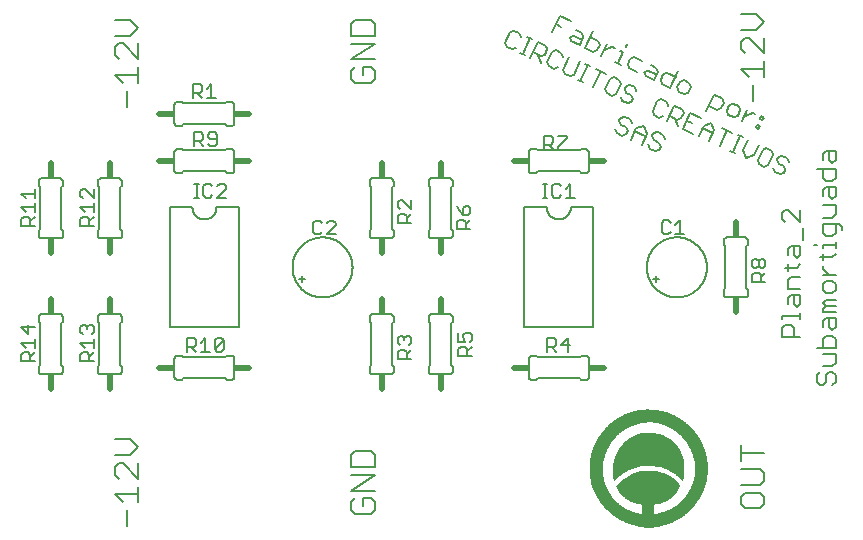
<source format=gbr>
G75*
%MOIN*%
%OFA0B0*%
%FSLAX25Y25*%
%IPPOS*%
%LPD*%
%AMOC8*
5,1,8,0,0,1.08239X$1,22.5*
%
%ADD10C,0.00500*%
%ADD11C,0.00700*%
%ADD12C,0.00600*%
%ADD13C,0.02000*%
%ADD14R,0.01500X0.02000*%
%ADD15R,0.02000X0.01500*%
%ADD16C,0.00197*%
D10*
X0048017Y0073559D02*
X0048017Y0075811D01*
X0048768Y0076561D01*
X0050269Y0076561D01*
X0051019Y0075811D01*
X0051019Y0073559D01*
X0051019Y0075060D02*
X0052521Y0076561D01*
X0052521Y0078163D02*
X0052521Y0081165D01*
X0052521Y0079664D02*
X0048017Y0079664D01*
X0049518Y0078163D01*
X0050269Y0082767D02*
X0050269Y0085769D01*
X0052521Y0085018D02*
X0048017Y0085018D01*
X0050269Y0082767D01*
X0052521Y0073559D02*
X0048017Y0073559D01*
X0067702Y0073559D02*
X0067702Y0075811D01*
X0068453Y0076561D01*
X0069954Y0076561D01*
X0070704Y0075811D01*
X0070704Y0073559D01*
X0070704Y0075060D02*
X0072206Y0076561D01*
X0072206Y0078163D02*
X0072206Y0081165D01*
X0072206Y0079664D02*
X0067702Y0079664D01*
X0069203Y0078163D01*
X0068453Y0082767D02*
X0067702Y0083517D01*
X0067702Y0085018D01*
X0068453Y0085769D01*
X0069203Y0085769D01*
X0069954Y0085018D01*
X0070704Y0085769D01*
X0071455Y0085769D01*
X0072206Y0085018D01*
X0072206Y0083517D01*
X0071455Y0082767D01*
X0069954Y0084268D02*
X0069954Y0085018D01*
X0072206Y0073559D02*
X0067702Y0073559D01*
X0103239Y0076848D02*
X0103239Y0081351D01*
X0105491Y0081351D01*
X0106241Y0080601D01*
X0106241Y0079100D01*
X0105491Y0078349D01*
X0103239Y0078349D01*
X0104740Y0078349D02*
X0106241Y0076848D01*
X0107843Y0076848D02*
X0110845Y0076848D01*
X0109344Y0076848D02*
X0109344Y0081351D01*
X0107843Y0079850D01*
X0112447Y0080601D02*
X0112447Y0077598D01*
X0115449Y0080601D01*
X0115449Y0077598D01*
X0114699Y0076848D01*
X0113197Y0076848D01*
X0112447Y0077598D01*
X0112447Y0080601D02*
X0113197Y0081351D01*
X0114699Y0081351D01*
X0115449Y0080601D01*
X0145963Y0115897D02*
X0147464Y0115897D01*
X0148215Y0116648D01*
X0149816Y0115897D02*
X0152819Y0118900D01*
X0152819Y0119650D01*
X0152068Y0120401D01*
X0150567Y0120401D01*
X0149816Y0119650D01*
X0148215Y0119650D02*
X0147464Y0120401D01*
X0145963Y0120401D01*
X0145212Y0119650D01*
X0145212Y0116648D01*
X0145963Y0115897D01*
X0149816Y0115897D02*
X0152819Y0115897D01*
X0173453Y0119784D02*
X0173453Y0122036D01*
X0174204Y0122786D01*
X0175705Y0122786D01*
X0176456Y0122036D01*
X0176456Y0119784D01*
X0177957Y0119784D02*
X0173453Y0119784D01*
X0176456Y0121285D02*
X0177957Y0122786D01*
X0177957Y0124388D02*
X0174954Y0127390D01*
X0174204Y0127390D01*
X0173453Y0126640D01*
X0173453Y0125138D01*
X0174204Y0124388D01*
X0177957Y0124388D02*
X0177957Y0127390D01*
X0193138Y0125422D02*
X0193889Y0123921D01*
X0195390Y0122419D01*
X0195390Y0124671D01*
X0196141Y0125422D01*
X0196891Y0125422D01*
X0197642Y0124671D01*
X0197642Y0123170D01*
X0196891Y0122419D01*
X0195390Y0122419D01*
X0195390Y0120818D02*
X0196141Y0120067D01*
X0196141Y0117815D01*
X0197642Y0117815D02*
X0193138Y0117815D01*
X0193138Y0120067D01*
X0193889Y0120818D01*
X0195390Y0120818D01*
X0196141Y0119317D02*
X0197642Y0120818D01*
X0221818Y0128181D02*
X0223319Y0128181D01*
X0222568Y0128181D02*
X0222568Y0132685D01*
X0221818Y0132685D02*
X0223319Y0132685D01*
X0224887Y0131934D02*
X0224887Y0128931D01*
X0225637Y0128181D01*
X0227139Y0128181D01*
X0227889Y0128931D01*
X0229491Y0128181D02*
X0232493Y0128181D01*
X0230992Y0128181D02*
X0230992Y0132685D01*
X0229491Y0131183D01*
X0227889Y0131934D02*
X0227139Y0132685D01*
X0225637Y0132685D01*
X0224887Y0131934D01*
X0225301Y0144325D02*
X0223800Y0145826D01*
X0224551Y0145826D02*
X0222299Y0145826D01*
X0222299Y0144325D02*
X0222299Y0148829D01*
X0224551Y0148829D01*
X0225301Y0148078D01*
X0225301Y0146577D01*
X0224551Y0145826D01*
X0226903Y0145075D02*
X0226903Y0144325D01*
X0226903Y0145075D02*
X0229905Y0148078D01*
X0229905Y0148829D01*
X0226903Y0148829D01*
X0246013Y0151036D02*
X0246505Y0149684D01*
X0248350Y0148823D01*
X0249702Y0149316D01*
X0250132Y0150238D01*
X0249640Y0151590D01*
X0247795Y0152450D01*
X0247303Y0153802D01*
X0247733Y0154725D01*
X0249086Y0155217D01*
X0250930Y0154357D01*
X0251422Y0153004D01*
X0252811Y0151234D02*
X0255516Y0152218D01*
X0256500Y0149514D01*
X0254780Y0145825D01*
X0257029Y0145899D02*
X0257521Y0144547D01*
X0259365Y0143687D01*
X0260718Y0144179D01*
X0261148Y0145101D01*
X0260655Y0146453D01*
X0258811Y0147313D01*
X0258319Y0148666D01*
X0258749Y0149588D01*
X0260101Y0150080D01*
X0261946Y0149220D01*
X0262438Y0147868D01*
X0266777Y0151965D02*
X0265841Y0154536D01*
X0266718Y0154127D02*
X0264088Y0155354D01*
X0263270Y0153600D02*
X0265723Y0158861D01*
X0268353Y0157634D01*
X0268821Y0156349D01*
X0268003Y0154595D01*
X0266718Y0154127D01*
X0269753Y0153779D02*
X0271507Y0152962D01*
X0274487Y0154774D02*
X0270980Y0156409D01*
X0268527Y0151149D01*
X0272034Y0149514D01*
X0273784Y0148698D02*
X0275419Y0152205D01*
X0277990Y0153141D01*
X0278926Y0150569D01*
X0277290Y0147063D01*
X0278517Y0149693D02*
X0275010Y0151328D01*
X0276352Y0156999D02*
X0278932Y0162532D01*
X0281698Y0161242D01*
X0282191Y0159890D01*
X0281331Y0158046D01*
X0279978Y0157554D01*
X0277212Y0158844D01*
X0283150Y0157198D02*
X0283642Y0155845D01*
X0285486Y0154985D01*
X0286838Y0155477D01*
X0287698Y0157322D01*
X0287206Y0158674D01*
X0285362Y0159534D01*
X0284010Y0159042D01*
X0283150Y0157198D01*
X0289087Y0155551D02*
X0291792Y0156536D01*
X0292714Y0156106D01*
X0294537Y0155256D02*
X0294107Y0154333D01*
X0295029Y0153903D01*
X0295459Y0154826D01*
X0294537Y0155256D01*
X0289947Y0157396D02*
X0288227Y0153707D01*
X0285000Y0149872D02*
X0281493Y0151507D01*
X0283247Y0150689D02*
X0280794Y0145429D01*
X0284297Y0143795D02*
X0286051Y0142978D01*
X0285174Y0143386D02*
X0287627Y0148647D01*
X0286750Y0149056D02*
X0288504Y0148238D01*
X0290255Y0147421D02*
X0288619Y0143915D01*
X0289555Y0141343D01*
X0292126Y0142279D01*
X0293762Y0145786D01*
X0295103Y0144093D02*
X0293467Y0140587D01*
X0293935Y0139301D01*
X0295689Y0138483D01*
X0296974Y0138951D01*
X0298609Y0142458D01*
X0298142Y0143744D01*
X0296388Y0144561D01*
X0295103Y0144093D01*
X0300359Y0141642D02*
X0299951Y0140765D01*
X0300418Y0139480D01*
X0302172Y0138662D01*
X0302640Y0137377D01*
X0302231Y0136500D01*
X0300945Y0136032D01*
X0299192Y0136850D01*
X0298724Y0138135D01*
X0300359Y0141642D02*
X0301645Y0142110D01*
X0303398Y0141292D01*
X0303866Y0140007D01*
X0313327Y0137774D02*
X0319432Y0137774D01*
X0319432Y0134722D01*
X0318414Y0133704D01*
X0316379Y0133704D01*
X0315362Y0134722D01*
X0315362Y0137774D01*
X0315362Y0140799D02*
X0315362Y0142834D01*
X0316379Y0143851D01*
X0319432Y0143851D01*
X0319432Y0140799D01*
X0318414Y0139781D01*
X0317397Y0140799D01*
X0317397Y0143851D01*
X0317397Y0131697D02*
X0317397Y0128644D01*
X0318414Y0127627D01*
X0319432Y0128644D01*
X0319432Y0131697D01*
X0316379Y0131697D01*
X0315362Y0130679D01*
X0315362Y0128644D01*
X0315362Y0125620D02*
X0319432Y0125620D01*
X0319432Y0122567D01*
X0318414Y0121550D01*
X0315362Y0121550D01*
X0315362Y0119543D02*
X0315362Y0116490D01*
X0316379Y0115472D01*
X0318414Y0115472D01*
X0319432Y0116490D01*
X0319432Y0119543D01*
X0320449Y0119543D02*
X0315362Y0119543D01*
X0320449Y0119543D02*
X0321467Y0118525D01*
X0321467Y0117508D01*
X0319432Y0113456D02*
X0319432Y0111421D01*
X0319432Y0112439D02*
X0315362Y0112439D01*
X0315362Y0111421D01*
X0315362Y0109405D02*
X0315362Y0107370D01*
X0314344Y0108387D02*
X0318414Y0108387D01*
X0319432Y0109405D01*
X0313327Y0112439D02*
X0312309Y0112439D01*
X0308638Y0114002D02*
X0308638Y0118072D01*
X0307621Y0120079D02*
X0303551Y0124149D01*
X0302533Y0124149D01*
X0301516Y0123132D01*
X0301516Y0121097D01*
X0302533Y0120079D01*
X0307621Y0120079D02*
X0307621Y0124149D01*
X0307621Y0111995D02*
X0304568Y0111995D01*
X0303551Y0110977D01*
X0303551Y0108942D01*
X0305586Y0108942D02*
X0305586Y0111995D01*
X0307621Y0111995D02*
X0307621Y0108942D01*
X0306603Y0107925D01*
X0305586Y0108942D01*
X0307621Y0105908D02*
X0306603Y0104891D01*
X0302533Y0104891D01*
X0303551Y0105908D02*
X0303551Y0103873D01*
X0304568Y0101866D02*
X0307621Y0101866D01*
X0304568Y0101866D02*
X0303551Y0100849D01*
X0303551Y0097796D01*
X0307621Y0097796D01*
X0307621Y0095789D02*
X0307621Y0092736D01*
X0306603Y0091719D01*
X0305586Y0092736D01*
X0305586Y0095789D01*
X0304568Y0095789D02*
X0307621Y0095789D01*
X0304568Y0095789D02*
X0303551Y0094771D01*
X0303551Y0092736D01*
X0307621Y0089702D02*
X0307621Y0087667D01*
X0307621Y0088685D02*
X0301516Y0088685D01*
X0301516Y0087667D01*
X0302533Y0085660D02*
X0304568Y0085660D01*
X0305586Y0084643D01*
X0305586Y0081590D01*
X0307621Y0081590D02*
X0301516Y0081590D01*
X0301516Y0084643D01*
X0302533Y0085660D01*
X0315362Y0085091D02*
X0315362Y0087126D01*
X0316379Y0088144D01*
X0319432Y0088144D01*
X0319432Y0085091D01*
X0318414Y0084074D01*
X0317397Y0085091D01*
X0317397Y0088144D01*
X0319432Y0090151D02*
X0315362Y0090151D01*
X0315362Y0091168D01*
X0316379Y0092186D01*
X0315362Y0093203D01*
X0316379Y0094221D01*
X0319432Y0094221D01*
X0319432Y0092186D02*
X0316379Y0092186D01*
X0316379Y0096228D02*
X0318414Y0096228D01*
X0319432Y0097246D01*
X0319432Y0099281D01*
X0318414Y0100298D01*
X0316379Y0100298D01*
X0315362Y0099281D01*
X0315362Y0097246D01*
X0316379Y0096228D01*
X0315362Y0102305D02*
X0319432Y0102305D01*
X0317397Y0102305D02*
X0315362Y0104340D01*
X0315362Y0105358D01*
X0296067Y0105453D02*
X0295317Y0104703D01*
X0294566Y0104703D01*
X0293815Y0105453D01*
X0293815Y0106955D01*
X0294566Y0107705D01*
X0295317Y0107705D01*
X0296067Y0106955D01*
X0296067Y0105453D01*
X0293815Y0105453D02*
X0293065Y0104703D01*
X0292314Y0104703D01*
X0291563Y0105453D01*
X0291563Y0106955D01*
X0292314Y0107705D01*
X0293065Y0107705D01*
X0293815Y0106955D01*
X0293815Y0103101D02*
X0294566Y0102351D01*
X0294566Y0100099D01*
X0294566Y0101600D02*
X0296067Y0103101D01*
X0293815Y0103101D02*
X0292314Y0103101D01*
X0291563Y0102351D01*
X0291563Y0100099D01*
X0296067Y0100099D01*
X0315362Y0081049D02*
X0316379Y0082067D01*
X0318414Y0082067D01*
X0319432Y0081049D01*
X0319432Y0077997D01*
X0313327Y0077997D01*
X0315362Y0077997D02*
X0315362Y0081049D01*
X0315362Y0075989D02*
X0319432Y0075989D01*
X0319432Y0072937D01*
X0318414Y0071919D01*
X0315362Y0071919D01*
X0314344Y0069912D02*
X0313327Y0068895D01*
X0313327Y0066860D01*
X0314344Y0065842D01*
X0315362Y0065842D01*
X0316379Y0066860D01*
X0316379Y0068895D01*
X0317397Y0069912D01*
X0318414Y0069912D01*
X0319432Y0068895D01*
X0319432Y0066860D01*
X0318414Y0065842D01*
X0269039Y0116055D02*
X0266036Y0116055D01*
X0267538Y0116055D02*
X0267538Y0120559D01*
X0266036Y0119057D01*
X0264435Y0119808D02*
X0263684Y0120559D01*
X0262183Y0120559D01*
X0261433Y0119808D01*
X0261433Y0116805D01*
X0262183Y0116055D01*
X0263684Y0116055D01*
X0264435Y0116805D01*
X0251091Y0147545D02*
X0252811Y0151234D01*
X0252381Y0150312D02*
X0256070Y0148592D01*
X0258890Y0155643D02*
X0260643Y0154825D01*
X0261929Y0155293D01*
X0258890Y0155643D02*
X0258422Y0156928D01*
X0260057Y0160435D01*
X0261343Y0160903D01*
X0263096Y0160086D01*
X0263564Y0158800D01*
X0267118Y0163550D02*
X0266626Y0164903D01*
X0267486Y0166747D01*
X0268838Y0167239D01*
X0270683Y0166379D01*
X0271175Y0165027D01*
X0270315Y0163182D01*
X0268963Y0162690D01*
X0267118Y0163550D01*
X0264377Y0164829D02*
X0261610Y0166119D01*
X0261118Y0167471D01*
X0261978Y0169315D01*
X0263331Y0169807D01*
X0266097Y0168517D01*
X0266957Y0170362D02*
X0264377Y0164829D01*
X0258869Y0167397D02*
X0260159Y0170163D01*
X0259667Y0171516D01*
X0257823Y0172376D01*
X0256963Y0170531D02*
X0255611Y0170039D01*
X0256103Y0168687D01*
X0258869Y0167397D01*
X0259729Y0169241D02*
X0256963Y0170531D01*
X0253361Y0169965D02*
X0250595Y0171255D01*
X0250103Y0172608D01*
X0250963Y0174452D01*
X0252315Y0174944D01*
X0255082Y0173654D01*
X0248643Y0176656D02*
X0246923Y0172968D01*
X0246001Y0173398D02*
X0247845Y0172538D01*
X0242946Y0169482D02*
X0239439Y0171117D01*
X0237688Y0171934D02*
X0235935Y0172751D01*
X0236811Y0172343D02*
X0234358Y0167082D01*
X0233482Y0167491D02*
X0235235Y0166673D01*
X0238740Y0165039D02*
X0241193Y0170299D01*
X0244287Y0167789D02*
X0242652Y0164282D01*
X0243120Y0162997D01*
X0244873Y0162179D01*
X0246159Y0162647D01*
X0247794Y0166154D01*
X0247326Y0167439D01*
X0245573Y0168257D01*
X0244287Y0167789D01*
X0249544Y0165338D02*
X0249135Y0164461D01*
X0249603Y0163176D01*
X0251356Y0162358D01*
X0251824Y0161072D01*
X0251415Y0160196D01*
X0250130Y0159728D01*
X0248376Y0160545D01*
X0247909Y0161831D01*
X0249544Y0165338D02*
X0250829Y0165806D01*
X0252583Y0164988D01*
X0253051Y0163703D01*
X0234185Y0173567D02*
X0232141Y0169184D01*
X0230855Y0168716D01*
X0229102Y0169533D01*
X0228634Y0170819D01*
X0230678Y0175203D01*
X0228519Y0175142D02*
X0228051Y0176427D01*
X0226298Y0177245D01*
X0225012Y0176777D01*
X0223377Y0173270D01*
X0223845Y0171985D01*
X0225598Y0171167D01*
X0226884Y0171635D01*
X0221218Y0173210D02*
X0220282Y0175781D01*
X0221159Y0175372D02*
X0218529Y0176598D01*
X0217711Y0174845D02*
X0220164Y0180105D01*
X0222794Y0178879D01*
X0223262Y0177593D01*
X0222445Y0175840D01*
X0221159Y0175372D01*
X0215960Y0175661D02*
X0214207Y0176479D01*
X0215083Y0176070D02*
X0217536Y0181331D01*
X0216660Y0181739D02*
X0218413Y0180922D01*
X0224888Y0183243D02*
X0227468Y0188776D01*
X0231157Y0187056D01*
X0228022Y0185149D02*
X0226178Y0186009D01*
X0230825Y0181597D02*
X0232178Y0182089D01*
X0234944Y0180799D01*
X0235374Y0181721D02*
X0234084Y0178954D01*
X0231318Y0180244D01*
X0230825Y0181597D01*
X0233038Y0183933D02*
X0234882Y0183073D01*
X0235374Y0181721D01*
X0237623Y0181795D02*
X0240390Y0180505D01*
X0240882Y0179153D01*
X0240022Y0177308D01*
X0238670Y0176816D01*
X0235903Y0178106D01*
X0238483Y0183639D01*
X0243131Y0179227D02*
X0241411Y0175538D01*
X0242271Y0177382D02*
X0244976Y0178367D01*
X0245898Y0177937D01*
X0247721Y0177086D02*
X0248643Y0176656D01*
X0249503Y0178501D02*
X0249933Y0179423D01*
X0214501Y0181679D02*
X0214033Y0182964D01*
X0212280Y0183782D01*
X0210994Y0183314D01*
X0209359Y0179807D01*
X0209827Y0178521D01*
X0211580Y0177704D01*
X0212866Y0178172D01*
X0292817Y0151567D02*
X0293247Y0152489D01*
X0294169Y0152059D01*
X0293739Y0151137D01*
X0292817Y0151567D01*
X0198190Y0082383D02*
X0198190Y0080882D01*
X0197439Y0080131D01*
X0195938Y0080131D02*
X0195187Y0081632D01*
X0195187Y0082383D01*
X0195938Y0083134D01*
X0197439Y0083134D01*
X0198190Y0082383D01*
X0195938Y0080131D02*
X0193686Y0080131D01*
X0193686Y0083134D01*
X0194437Y0078530D02*
X0195938Y0078530D01*
X0196689Y0077779D01*
X0196689Y0075527D01*
X0198190Y0075527D02*
X0193686Y0075527D01*
X0193686Y0077779D01*
X0194437Y0078530D01*
X0196689Y0077028D02*
X0198190Y0078530D01*
X0177957Y0077511D02*
X0176456Y0076010D01*
X0176456Y0076760D02*
X0176456Y0074508D01*
X0177957Y0074508D02*
X0173453Y0074508D01*
X0173453Y0076760D01*
X0174204Y0077511D01*
X0175705Y0077511D01*
X0176456Y0076760D01*
X0177206Y0079112D02*
X0177957Y0079863D01*
X0177957Y0081364D01*
X0177206Y0082115D01*
X0176456Y0082115D01*
X0175705Y0081364D01*
X0175705Y0080613D01*
X0175705Y0081364D02*
X0174954Y0082115D01*
X0174204Y0082115D01*
X0173453Y0081364D01*
X0173453Y0079863D01*
X0174204Y0079112D01*
X0223318Y0078349D02*
X0225570Y0078349D01*
X0226320Y0079100D01*
X0226320Y0080601D01*
X0225570Y0081351D01*
X0223318Y0081351D01*
X0223318Y0076848D01*
X0224819Y0078349D02*
X0226320Y0076848D01*
X0227922Y0079100D02*
X0230924Y0079100D01*
X0230173Y0081351D02*
X0230173Y0076848D01*
X0227922Y0079100D02*
X0230173Y0081351D01*
X0116352Y0128181D02*
X0113349Y0128181D01*
X0116352Y0131183D01*
X0116352Y0131934D01*
X0115601Y0132685D01*
X0114100Y0132685D01*
X0113349Y0131934D01*
X0111748Y0131934D02*
X0110997Y0132685D01*
X0109496Y0132685D01*
X0108745Y0131934D01*
X0108745Y0128931D01*
X0109496Y0128181D01*
X0110997Y0128181D01*
X0111748Y0128931D01*
X0107177Y0128181D02*
X0105676Y0128181D01*
X0106426Y0128181D02*
X0106426Y0132685D01*
X0105676Y0132685D02*
X0107177Y0132685D01*
X0105680Y0145430D02*
X0105680Y0149934D01*
X0107932Y0149934D01*
X0108682Y0149184D01*
X0108682Y0147682D01*
X0107932Y0146932D01*
X0105680Y0146932D01*
X0107181Y0146932D02*
X0108682Y0145430D01*
X0110284Y0146181D02*
X0111034Y0145430D01*
X0112536Y0145430D01*
X0113286Y0146181D01*
X0113286Y0149184D01*
X0112536Y0149934D01*
X0111034Y0149934D01*
X0110284Y0149184D01*
X0110284Y0148433D01*
X0111034Y0147682D01*
X0113286Y0147682D01*
X0112814Y0161493D02*
X0109811Y0161493D01*
X0111313Y0161493D02*
X0111313Y0165997D01*
X0109811Y0164496D01*
X0108210Y0165247D02*
X0108210Y0163745D01*
X0107459Y0162995D01*
X0105207Y0162995D01*
X0106709Y0162995D02*
X0108210Y0161493D01*
X0105207Y0161493D02*
X0105207Y0165997D01*
X0107459Y0165997D01*
X0108210Y0165247D01*
X0072206Y0131045D02*
X0072206Y0128042D01*
X0069203Y0131045D01*
X0068453Y0131045D01*
X0067702Y0130294D01*
X0067702Y0128793D01*
X0068453Y0128042D01*
X0072206Y0126441D02*
X0072206Y0123438D01*
X0072206Y0124939D02*
X0067702Y0124939D01*
X0069203Y0123438D01*
X0068453Y0121837D02*
X0069954Y0121837D01*
X0070704Y0121086D01*
X0070704Y0118834D01*
X0070704Y0120336D02*
X0072206Y0121837D01*
X0072206Y0118834D02*
X0067702Y0118834D01*
X0067702Y0121086D01*
X0068453Y0121837D01*
X0052521Y0121837D02*
X0051019Y0120336D01*
X0051019Y0121086D02*
X0051019Y0118834D01*
X0052521Y0118834D02*
X0048017Y0118834D01*
X0048017Y0121086D01*
X0048768Y0121837D01*
X0050269Y0121837D01*
X0051019Y0121086D01*
X0049518Y0123438D02*
X0048017Y0124939D01*
X0052521Y0124939D01*
X0052521Y0123438D02*
X0052521Y0126441D01*
X0052521Y0128042D02*
X0052521Y0131045D01*
X0052521Y0129543D02*
X0048017Y0129543D01*
X0049518Y0128042D01*
D11*
X0079142Y0029252D02*
X0087048Y0029252D01*
X0087048Y0026617D02*
X0087048Y0031888D01*
X0087048Y0034536D02*
X0081777Y0039807D01*
X0080459Y0039807D01*
X0079142Y0038489D01*
X0079142Y0035853D01*
X0080459Y0034536D01*
X0087048Y0034536D02*
X0087048Y0039807D01*
X0084413Y0042454D02*
X0087048Y0045090D01*
X0084413Y0047725D01*
X0079142Y0047725D01*
X0079142Y0042454D02*
X0084413Y0042454D01*
X0079142Y0029252D02*
X0081777Y0026617D01*
X0083095Y0023969D02*
X0083095Y0018698D01*
X0157882Y0023953D02*
X0159199Y0022635D01*
X0164471Y0022635D01*
X0165788Y0023953D01*
X0165788Y0026588D01*
X0164471Y0027906D01*
X0161835Y0027906D01*
X0161835Y0025271D01*
X0159199Y0027906D02*
X0157882Y0026588D01*
X0157882Y0023953D01*
X0157882Y0030554D02*
X0165788Y0035825D01*
X0157882Y0035825D01*
X0157882Y0038473D02*
X0157882Y0042426D01*
X0159199Y0043744D01*
X0164471Y0043744D01*
X0165788Y0042426D01*
X0165788Y0038473D01*
X0157882Y0038473D01*
X0157882Y0030554D02*
X0165788Y0030554D01*
X0287803Y0032522D02*
X0294392Y0032522D01*
X0295710Y0033840D01*
X0295710Y0036476D01*
X0294392Y0037793D01*
X0287803Y0037793D01*
X0287803Y0040441D02*
X0287803Y0045712D01*
X0287803Y0043077D02*
X0295710Y0043077D01*
X0294392Y0029875D02*
X0289121Y0029875D01*
X0287803Y0028557D01*
X0287803Y0025921D01*
X0289121Y0024604D01*
X0294392Y0024604D01*
X0295710Y0025921D01*
X0295710Y0028557D01*
X0294392Y0029875D01*
X0291756Y0160430D02*
X0291756Y0165701D01*
X0290439Y0168349D02*
X0287803Y0170985D01*
X0295710Y0170985D01*
X0295710Y0173620D02*
X0295710Y0168349D01*
X0295710Y0176268D02*
X0290439Y0181539D01*
X0289121Y0181539D01*
X0287803Y0180221D01*
X0287803Y0177586D01*
X0289121Y0176268D01*
X0295710Y0176268D02*
X0295710Y0181539D01*
X0293074Y0184187D02*
X0295710Y0186822D01*
X0293074Y0189458D01*
X0287803Y0189458D01*
X0287803Y0184187D02*
X0293074Y0184187D01*
X0165788Y0186127D02*
X0165788Y0182173D01*
X0157882Y0182173D01*
X0157882Y0186127D01*
X0159199Y0187445D01*
X0164471Y0187445D01*
X0165788Y0186127D01*
X0165788Y0179526D02*
X0157882Y0179526D01*
X0157882Y0174255D02*
X0165788Y0179526D01*
X0165788Y0174255D02*
X0157882Y0174255D01*
X0159199Y0171607D02*
X0157882Y0170289D01*
X0157882Y0167654D01*
X0159199Y0166336D01*
X0164471Y0166336D01*
X0165788Y0167654D01*
X0165788Y0170289D01*
X0164471Y0171607D01*
X0161835Y0171607D01*
X0161835Y0168971D01*
X0087048Y0169016D02*
X0079142Y0169016D01*
X0081777Y0166381D01*
X0087048Y0166381D02*
X0087048Y0171652D01*
X0087048Y0174299D02*
X0081777Y0179570D01*
X0080459Y0179570D01*
X0079142Y0178253D01*
X0079142Y0175617D01*
X0080459Y0174299D01*
X0087048Y0174299D02*
X0087048Y0179570D01*
X0084413Y0182218D02*
X0087048Y0184854D01*
X0084413Y0187489D01*
X0079142Y0187489D01*
X0079142Y0182218D02*
X0084413Y0182218D01*
X0083095Y0163733D02*
X0083095Y0158462D01*
D12*
X0099052Y0159143D02*
X0099052Y0153143D01*
X0099054Y0153083D01*
X0099059Y0153022D01*
X0099068Y0152963D01*
X0099081Y0152904D01*
X0099097Y0152845D01*
X0099117Y0152788D01*
X0099140Y0152733D01*
X0099167Y0152678D01*
X0099196Y0152626D01*
X0099229Y0152575D01*
X0099265Y0152526D01*
X0099303Y0152480D01*
X0099345Y0152436D01*
X0099389Y0152394D01*
X0099435Y0152356D01*
X0099484Y0152320D01*
X0099535Y0152287D01*
X0099587Y0152258D01*
X0099642Y0152231D01*
X0099697Y0152208D01*
X0099754Y0152188D01*
X0099813Y0152172D01*
X0099872Y0152159D01*
X0099931Y0152150D01*
X0099992Y0152145D01*
X0100052Y0152143D01*
X0101552Y0152143D01*
X0102052Y0152643D01*
X0116052Y0152643D01*
X0116552Y0152143D01*
X0118052Y0152143D01*
X0118112Y0152145D01*
X0118173Y0152150D01*
X0118232Y0152159D01*
X0118291Y0152172D01*
X0118350Y0152188D01*
X0118407Y0152208D01*
X0118462Y0152231D01*
X0118517Y0152258D01*
X0118569Y0152287D01*
X0118620Y0152320D01*
X0118669Y0152356D01*
X0118715Y0152394D01*
X0118759Y0152436D01*
X0118801Y0152480D01*
X0118839Y0152526D01*
X0118875Y0152575D01*
X0118908Y0152626D01*
X0118937Y0152678D01*
X0118964Y0152733D01*
X0118987Y0152788D01*
X0119007Y0152845D01*
X0119023Y0152904D01*
X0119036Y0152963D01*
X0119045Y0153022D01*
X0119050Y0153083D01*
X0119052Y0153143D01*
X0119052Y0159143D01*
X0119050Y0159203D01*
X0119045Y0159264D01*
X0119036Y0159323D01*
X0119023Y0159382D01*
X0119007Y0159441D01*
X0118987Y0159498D01*
X0118964Y0159553D01*
X0118937Y0159608D01*
X0118908Y0159660D01*
X0118875Y0159711D01*
X0118839Y0159760D01*
X0118801Y0159806D01*
X0118759Y0159850D01*
X0118715Y0159892D01*
X0118669Y0159930D01*
X0118620Y0159966D01*
X0118569Y0159999D01*
X0118517Y0160028D01*
X0118462Y0160055D01*
X0118407Y0160078D01*
X0118350Y0160098D01*
X0118291Y0160114D01*
X0118232Y0160127D01*
X0118173Y0160136D01*
X0118112Y0160141D01*
X0118052Y0160143D01*
X0116552Y0160143D01*
X0116052Y0159643D01*
X0102052Y0159643D01*
X0101552Y0160143D01*
X0100052Y0160143D01*
X0099992Y0160141D01*
X0099931Y0160136D01*
X0099872Y0160127D01*
X0099813Y0160114D01*
X0099754Y0160098D01*
X0099697Y0160078D01*
X0099642Y0160055D01*
X0099587Y0160028D01*
X0099535Y0159999D01*
X0099484Y0159966D01*
X0099435Y0159930D01*
X0099389Y0159892D01*
X0099345Y0159850D01*
X0099303Y0159806D01*
X0099265Y0159760D01*
X0099229Y0159711D01*
X0099196Y0159660D01*
X0099167Y0159608D01*
X0099140Y0159553D01*
X0099117Y0159498D01*
X0099097Y0159441D01*
X0099081Y0159382D01*
X0099068Y0159323D01*
X0099059Y0159264D01*
X0099054Y0159203D01*
X0099052Y0159143D01*
X0100052Y0144395D02*
X0101552Y0144395D01*
X0102052Y0143895D01*
X0116052Y0143895D01*
X0116552Y0144395D01*
X0118052Y0144395D01*
X0118112Y0144393D01*
X0118173Y0144388D01*
X0118232Y0144379D01*
X0118291Y0144366D01*
X0118350Y0144350D01*
X0118407Y0144330D01*
X0118462Y0144307D01*
X0118517Y0144280D01*
X0118569Y0144251D01*
X0118620Y0144218D01*
X0118669Y0144182D01*
X0118715Y0144144D01*
X0118759Y0144102D01*
X0118801Y0144058D01*
X0118839Y0144012D01*
X0118875Y0143963D01*
X0118908Y0143912D01*
X0118937Y0143860D01*
X0118964Y0143805D01*
X0118987Y0143750D01*
X0119007Y0143693D01*
X0119023Y0143634D01*
X0119036Y0143575D01*
X0119045Y0143516D01*
X0119050Y0143455D01*
X0119052Y0143395D01*
X0119052Y0137395D01*
X0119050Y0137335D01*
X0119045Y0137274D01*
X0119036Y0137215D01*
X0119023Y0137156D01*
X0119007Y0137097D01*
X0118987Y0137040D01*
X0118964Y0136985D01*
X0118937Y0136930D01*
X0118908Y0136878D01*
X0118875Y0136827D01*
X0118839Y0136778D01*
X0118801Y0136732D01*
X0118759Y0136688D01*
X0118715Y0136646D01*
X0118669Y0136608D01*
X0118620Y0136572D01*
X0118569Y0136539D01*
X0118517Y0136510D01*
X0118462Y0136483D01*
X0118407Y0136460D01*
X0118350Y0136440D01*
X0118291Y0136424D01*
X0118232Y0136411D01*
X0118173Y0136402D01*
X0118112Y0136397D01*
X0118052Y0136395D01*
X0116552Y0136395D01*
X0116052Y0136895D01*
X0102052Y0136895D01*
X0101552Y0136395D01*
X0100052Y0136395D01*
X0099992Y0136397D01*
X0099931Y0136402D01*
X0099872Y0136411D01*
X0099813Y0136424D01*
X0099754Y0136440D01*
X0099697Y0136460D01*
X0099642Y0136483D01*
X0099587Y0136510D01*
X0099535Y0136539D01*
X0099484Y0136572D01*
X0099435Y0136608D01*
X0099389Y0136646D01*
X0099345Y0136688D01*
X0099303Y0136732D01*
X0099265Y0136778D01*
X0099229Y0136827D01*
X0099196Y0136878D01*
X0099167Y0136930D01*
X0099140Y0136985D01*
X0099117Y0137040D01*
X0099097Y0137097D01*
X0099081Y0137156D01*
X0099068Y0137215D01*
X0099059Y0137274D01*
X0099054Y0137335D01*
X0099052Y0137395D01*
X0099052Y0143395D01*
X0099054Y0143455D01*
X0099059Y0143516D01*
X0099068Y0143575D01*
X0099081Y0143634D01*
X0099097Y0143693D01*
X0099117Y0143750D01*
X0099140Y0143805D01*
X0099167Y0143860D01*
X0099196Y0143912D01*
X0099229Y0143963D01*
X0099265Y0144012D01*
X0099303Y0144058D01*
X0099345Y0144102D01*
X0099389Y0144144D01*
X0099435Y0144182D01*
X0099484Y0144218D01*
X0099535Y0144251D01*
X0099587Y0144280D01*
X0099642Y0144307D01*
X0099697Y0144330D01*
X0099754Y0144350D01*
X0099813Y0144366D01*
X0099872Y0144379D01*
X0099931Y0144388D01*
X0099992Y0144393D01*
X0100052Y0144395D01*
X0081556Y0133647D02*
X0081556Y0132147D01*
X0081056Y0131647D01*
X0081056Y0117647D01*
X0081556Y0117147D01*
X0081556Y0115647D01*
X0081554Y0115587D01*
X0081549Y0115526D01*
X0081540Y0115467D01*
X0081527Y0115408D01*
X0081511Y0115349D01*
X0081491Y0115292D01*
X0081468Y0115237D01*
X0081441Y0115182D01*
X0081412Y0115130D01*
X0081379Y0115079D01*
X0081343Y0115030D01*
X0081305Y0114984D01*
X0081263Y0114940D01*
X0081219Y0114898D01*
X0081173Y0114860D01*
X0081124Y0114824D01*
X0081073Y0114791D01*
X0081021Y0114762D01*
X0080966Y0114735D01*
X0080911Y0114712D01*
X0080854Y0114692D01*
X0080795Y0114676D01*
X0080736Y0114663D01*
X0080677Y0114654D01*
X0080616Y0114649D01*
X0080556Y0114647D01*
X0074556Y0114647D01*
X0074496Y0114649D01*
X0074435Y0114654D01*
X0074376Y0114663D01*
X0074317Y0114676D01*
X0074258Y0114692D01*
X0074201Y0114712D01*
X0074146Y0114735D01*
X0074091Y0114762D01*
X0074039Y0114791D01*
X0073988Y0114824D01*
X0073939Y0114860D01*
X0073893Y0114898D01*
X0073849Y0114940D01*
X0073807Y0114984D01*
X0073769Y0115030D01*
X0073733Y0115079D01*
X0073700Y0115130D01*
X0073671Y0115182D01*
X0073644Y0115237D01*
X0073621Y0115292D01*
X0073601Y0115349D01*
X0073585Y0115408D01*
X0073572Y0115467D01*
X0073563Y0115526D01*
X0073558Y0115587D01*
X0073556Y0115647D01*
X0073556Y0117147D01*
X0074056Y0117647D01*
X0074056Y0131647D01*
X0073556Y0132147D01*
X0073556Y0133647D01*
X0073558Y0133707D01*
X0073563Y0133768D01*
X0073572Y0133827D01*
X0073585Y0133886D01*
X0073601Y0133945D01*
X0073621Y0134002D01*
X0073644Y0134057D01*
X0073671Y0134112D01*
X0073700Y0134164D01*
X0073733Y0134215D01*
X0073769Y0134264D01*
X0073807Y0134310D01*
X0073849Y0134354D01*
X0073893Y0134396D01*
X0073939Y0134434D01*
X0073988Y0134470D01*
X0074039Y0134503D01*
X0074091Y0134532D01*
X0074146Y0134559D01*
X0074201Y0134582D01*
X0074258Y0134602D01*
X0074317Y0134618D01*
X0074376Y0134631D01*
X0074435Y0134640D01*
X0074496Y0134645D01*
X0074556Y0134647D01*
X0080556Y0134647D01*
X0080616Y0134645D01*
X0080677Y0134640D01*
X0080736Y0134631D01*
X0080795Y0134618D01*
X0080854Y0134602D01*
X0080911Y0134582D01*
X0080966Y0134559D01*
X0081021Y0134532D01*
X0081073Y0134503D01*
X0081124Y0134470D01*
X0081173Y0134434D01*
X0081219Y0134396D01*
X0081263Y0134354D01*
X0081305Y0134310D01*
X0081343Y0134264D01*
X0081379Y0134215D01*
X0081412Y0134164D01*
X0081441Y0134112D01*
X0081468Y0134057D01*
X0081491Y0134002D01*
X0081511Y0133945D01*
X0081527Y0133886D01*
X0081540Y0133827D01*
X0081549Y0133768D01*
X0081554Y0133707D01*
X0081556Y0133647D01*
X0097552Y0124962D02*
X0105052Y0124962D01*
X0105054Y0124836D01*
X0105060Y0124711D01*
X0105070Y0124586D01*
X0105084Y0124461D01*
X0105101Y0124336D01*
X0105123Y0124212D01*
X0105148Y0124089D01*
X0105178Y0123967D01*
X0105211Y0123846D01*
X0105248Y0123726D01*
X0105288Y0123607D01*
X0105333Y0123490D01*
X0105381Y0123373D01*
X0105433Y0123259D01*
X0105488Y0123146D01*
X0105547Y0123035D01*
X0105609Y0122926D01*
X0105675Y0122819D01*
X0105744Y0122714D01*
X0105816Y0122611D01*
X0105891Y0122510D01*
X0105970Y0122412D01*
X0106052Y0122317D01*
X0106136Y0122224D01*
X0106224Y0122134D01*
X0106314Y0122046D01*
X0106407Y0121962D01*
X0106502Y0121880D01*
X0106600Y0121801D01*
X0106701Y0121726D01*
X0106804Y0121654D01*
X0106909Y0121585D01*
X0107016Y0121519D01*
X0107125Y0121457D01*
X0107236Y0121398D01*
X0107349Y0121343D01*
X0107463Y0121291D01*
X0107580Y0121243D01*
X0107697Y0121198D01*
X0107816Y0121158D01*
X0107936Y0121121D01*
X0108057Y0121088D01*
X0108179Y0121058D01*
X0108302Y0121033D01*
X0108426Y0121011D01*
X0108551Y0120994D01*
X0108676Y0120980D01*
X0108801Y0120970D01*
X0108926Y0120964D01*
X0109052Y0120962D01*
X0109178Y0120964D01*
X0109303Y0120970D01*
X0109428Y0120980D01*
X0109553Y0120994D01*
X0109678Y0121011D01*
X0109802Y0121033D01*
X0109925Y0121058D01*
X0110047Y0121088D01*
X0110168Y0121121D01*
X0110288Y0121158D01*
X0110407Y0121198D01*
X0110524Y0121243D01*
X0110641Y0121291D01*
X0110755Y0121343D01*
X0110868Y0121398D01*
X0110979Y0121457D01*
X0111088Y0121519D01*
X0111195Y0121585D01*
X0111300Y0121654D01*
X0111403Y0121726D01*
X0111504Y0121801D01*
X0111602Y0121880D01*
X0111697Y0121962D01*
X0111790Y0122046D01*
X0111880Y0122134D01*
X0111968Y0122224D01*
X0112052Y0122317D01*
X0112134Y0122412D01*
X0112213Y0122510D01*
X0112288Y0122611D01*
X0112360Y0122714D01*
X0112429Y0122819D01*
X0112495Y0122926D01*
X0112557Y0123035D01*
X0112616Y0123146D01*
X0112671Y0123259D01*
X0112723Y0123373D01*
X0112771Y0123490D01*
X0112816Y0123607D01*
X0112856Y0123726D01*
X0112893Y0123846D01*
X0112926Y0123967D01*
X0112956Y0124089D01*
X0112981Y0124212D01*
X0113003Y0124336D01*
X0113020Y0124461D01*
X0113034Y0124586D01*
X0113044Y0124711D01*
X0113050Y0124836D01*
X0113052Y0124962D01*
X0120552Y0124962D01*
X0120552Y0084962D01*
X0097552Y0084962D01*
X0097552Y0124962D01*
X0061871Y0132147D02*
X0061371Y0131647D01*
X0061371Y0117647D01*
X0061871Y0117147D01*
X0061871Y0115647D01*
X0061869Y0115587D01*
X0061864Y0115526D01*
X0061855Y0115467D01*
X0061842Y0115408D01*
X0061826Y0115349D01*
X0061806Y0115292D01*
X0061783Y0115237D01*
X0061756Y0115182D01*
X0061727Y0115130D01*
X0061694Y0115079D01*
X0061658Y0115030D01*
X0061620Y0114984D01*
X0061578Y0114940D01*
X0061534Y0114898D01*
X0061488Y0114860D01*
X0061439Y0114824D01*
X0061388Y0114791D01*
X0061336Y0114762D01*
X0061281Y0114735D01*
X0061226Y0114712D01*
X0061169Y0114692D01*
X0061110Y0114676D01*
X0061051Y0114663D01*
X0060992Y0114654D01*
X0060931Y0114649D01*
X0060871Y0114647D01*
X0054871Y0114647D01*
X0054811Y0114649D01*
X0054750Y0114654D01*
X0054691Y0114663D01*
X0054632Y0114676D01*
X0054573Y0114692D01*
X0054516Y0114712D01*
X0054461Y0114735D01*
X0054406Y0114762D01*
X0054354Y0114791D01*
X0054303Y0114824D01*
X0054254Y0114860D01*
X0054208Y0114898D01*
X0054164Y0114940D01*
X0054122Y0114984D01*
X0054084Y0115030D01*
X0054048Y0115079D01*
X0054015Y0115130D01*
X0053986Y0115182D01*
X0053959Y0115237D01*
X0053936Y0115292D01*
X0053916Y0115349D01*
X0053900Y0115408D01*
X0053887Y0115467D01*
X0053878Y0115526D01*
X0053873Y0115587D01*
X0053871Y0115647D01*
X0053871Y0117147D01*
X0054371Y0117647D01*
X0054371Y0131647D01*
X0053871Y0132147D01*
X0053871Y0133647D01*
X0053873Y0133707D01*
X0053878Y0133768D01*
X0053887Y0133827D01*
X0053900Y0133886D01*
X0053916Y0133945D01*
X0053936Y0134002D01*
X0053959Y0134057D01*
X0053986Y0134112D01*
X0054015Y0134164D01*
X0054048Y0134215D01*
X0054084Y0134264D01*
X0054122Y0134310D01*
X0054164Y0134354D01*
X0054208Y0134396D01*
X0054254Y0134434D01*
X0054303Y0134470D01*
X0054354Y0134503D01*
X0054406Y0134532D01*
X0054461Y0134559D01*
X0054516Y0134582D01*
X0054573Y0134602D01*
X0054632Y0134618D01*
X0054691Y0134631D01*
X0054750Y0134640D01*
X0054811Y0134645D01*
X0054871Y0134647D01*
X0060871Y0134647D01*
X0060931Y0134645D01*
X0060992Y0134640D01*
X0061051Y0134631D01*
X0061110Y0134618D01*
X0061169Y0134602D01*
X0061226Y0134582D01*
X0061281Y0134559D01*
X0061336Y0134532D01*
X0061388Y0134503D01*
X0061439Y0134470D01*
X0061488Y0134434D01*
X0061534Y0134396D01*
X0061578Y0134354D01*
X0061620Y0134310D01*
X0061658Y0134264D01*
X0061694Y0134215D01*
X0061727Y0134164D01*
X0061756Y0134112D01*
X0061783Y0134057D01*
X0061806Y0134002D01*
X0061826Y0133945D01*
X0061842Y0133886D01*
X0061855Y0133827D01*
X0061864Y0133768D01*
X0061869Y0133707D01*
X0061871Y0133647D01*
X0061871Y0132147D01*
X0060871Y0089372D02*
X0054871Y0089372D01*
X0054811Y0089370D01*
X0054750Y0089365D01*
X0054691Y0089356D01*
X0054632Y0089343D01*
X0054573Y0089327D01*
X0054516Y0089307D01*
X0054461Y0089284D01*
X0054406Y0089257D01*
X0054354Y0089228D01*
X0054303Y0089195D01*
X0054254Y0089159D01*
X0054208Y0089121D01*
X0054164Y0089079D01*
X0054122Y0089035D01*
X0054084Y0088989D01*
X0054048Y0088940D01*
X0054015Y0088889D01*
X0053986Y0088837D01*
X0053959Y0088782D01*
X0053936Y0088727D01*
X0053916Y0088670D01*
X0053900Y0088611D01*
X0053887Y0088552D01*
X0053878Y0088493D01*
X0053873Y0088432D01*
X0053871Y0088372D01*
X0053871Y0086872D01*
X0054371Y0086372D01*
X0054371Y0072372D01*
X0053871Y0071872D01*
X0053871Y0070372D01*
X0053873Y0070312D01*
X0053878Y0070251D01*
X0053887Y0070192D01*
X0053900Y0070133D01*
X0053916Y0070074D01*
X0053936Y0070017D01*
X0053959Y0069962D01*
X0053986Y0069907D01*
X0054015Y0069855D01*
X0054048Y0069804D01*
X0054084Y0069755D01*
X0054122Y0069709D01*
X0054164Y0069665D01*
X0054208Y0069623D01*
X0054254Y0069585D01*
X0054303Y0069549D01*
X0054354Y0069516D01*
X0054406Y0069487D01*
X0054461Y0069460D01*
X0054516Y0069437D01*
X0054573Y0069417D01*
X0054632Y0069401D01*
X0054691Y0069388D01*
X0054750Y0069379D01*
X0054811Y0069374D01*
X0054871Y0069372D01*
X0060871Y0069372D01*
X0060931Y0069374D01*
X0060992Y0069379D01*
X0061051Y0069388D01*
X0061110Y0069401D01*
X0061169Y0069417D01*
X0061226Y0069437D01*
X0061281Y0069460D01*
X0061336Y0069487D01*
X0061388Y0069516D01*
X0061439Y0069549D01*
X0061488Y0069585D01*
X0061534Y0069623D01*
X0061578Y0069665D01*
X0061620Y0069709D01*
X0061658Y0069755D01*
X0061694Y0069804D01*
X0061727Y0069855D01*
X0061756Y0069907D01*
X0061783Y0069962D01*
X0061806Y0070017D01*
X0061826Y0070074D01*
X0061842Y0070133D01*
X0061855Y0070192D01*
X0061864Y0070251D01*
X0061869Y0070312D01*
X0061871Y0070372D01*
X0061871Y0071872D01*
X0061371Y0072372D01*
X0061371Y0086372D01*
X0061871Y0086872D01*
X0061871Y0088372D01*
X0061869Y0088432D01*
X0061864Y0088493D01*
X0061855Y0088552D01*
X0061842Y0088611D01*
X0061826Y0088670D01*
X0061806Y0088727D01*
X0061783Y0088782D01*
X0061756Y0088837D01*
X0061727Y0088889D01*
X0061694Y0088940D01*
X0061658Y0088989D01*
X0061620Y0089035D01*
X0061578Y0089079D01*
X0061534Y0089121D01*
X0061488Y0089159D01*
X0061439Y0089195D01*
X0061388Y0089228D01*
X0061336Y0089257D01*
X0061281Y0089284D01*
X0061226Y0089307D01*
X0061169Y0089327D01*
X0061110Y0089343D01*
X0061051Y0089356D01*
X0060992Y0089365D01*
X0060931Y0089370D01*
X0060871Y0089372D01*
X0073556Y0088372D02*
X0073556Y0086872D01*
X0074056Y0086372D01*
X0074056Y0072372D01*
X0073556Y0071872D01*
X0073556Y0070372D01*
X0073558Y0070312D01*
X0073563Y0070251D01*
X0073572Y0070192D01*
X0073585Y0070133D01*
X0073601Y0070074D01*
X0073621Y0070017D01*
X0073644Y0069962D01*
X0073671Y0069907D01*
X0073700Y0069855D01*
X0073733Y0069804D01*
X0073769Y0069755D01*
X0073807Y0069709D01*
X0073849Y0069665D01*
X0073893Y0069623D01*
X0073939Y0069585D01*
X0073988Y0069549D01*
X0074039Y0069516D01*
X0074091Y0069487D01*
X0074146Y0069460D01*
X0074201Y0069437D01*
X0074258Y0069417D01*
X0074317Y0069401D01*
X0074376Y0069388D01*
X0074435Y0069379D01*
X0074496Y0069374D01*
X0074556Y0069372D01*
X0080556Y0069372D01*
X0080616Y0069374D01*
X0080677Y0069379D01*
X0080736Y0069388D01*
X0080795Y0069401D01*
X0080854Y0069417D01*
X0080911Y0069437D01*
X0080966Y0069460D01*
X0081021Y0069487D01*
X0081073Y0069516D01*
X0081124Y0069549D01*
X0081173Y0069585D01*
X0081219Y0069623D01*
X0081263Y0069665D01*
X0081305Y0069709D01*
X0081343Y0069755D01*
X0081379Y0069804D01*
X0081412Y0069855D01*
X0081441Y0069907D01*
X0081468Y0069962D01*
X0081491Y0070017D01*
X0081511Y0070074D01*
X0081527Y0070133D01*
X0081540Y0070192D01*
X0081549Y0070251D01*
X0081554Y0070312D01*
X0081556Y0070372D01*
X0081556Y0071872D01*
X0081056Y0072372D01*
X0081056Y0086372D01*
X0081556Y0086872D01*
X0081556Y0088372D01*
X0081554Y0088432D01*
X0081549Y0088493D01*
X0081540Y0088552D01*
X0081527Y0088611D01*
X0081511Y0088670D01*
X0081491Y0088727D01*
X0081468Y0088782D01*
X0081441Y0088837D01*
X0081412Y0088889D01*
X0081379Y0088940D01*
X0081343Y0088989D01*
X0081305Y0089035D01*
X0081263Y0089079D01*
X0081219Y0089121D01*
X0081173Y0089159D01*
X0081124Y0089195D01*
X0081073Y0089228D01*
X0081021Y0089257D01*
X0080966Y0089284D01*
X0080911Y0089307D01*
X0080854Y0089327D01*
X0080795Y0089343D01*
X0080736Y0089356D01*
X0080677Y0089365D01*
X0080616Y0089370D01*
X0080556Y0089372D01*
X0074556Y0089372D01*
X0074496Y0089370D01*
X0074435Y0089365D01*
X0074376Y0089356D01*
X0074317Y0089343D01*
X0074258Y0089327D01*
X0074201Y0089307D01*
X0074146Y0089284D01*
X0074091Y0089257D01*
X0074039Y0089228D01*
X0073988Y0089195D01*
X0073939Y0089159D01*
X0073893Y0089121D01*
X0073849Y0089079D01*
X0073807Y0089035D01*
X0073769Y0088989D01*
X0073733Y0088940D01*
X0073700Y0088889D01*
X0073671Y0088837D01*
X0073644Y0088782D01*
X0073621Y0088727D01*
X0073601Y0088670D01*
X0073585Y0088611D01*
X0073572Y0088552D01*
X0073563Y0088493D01*
X0073558Y0088432D01*
X0073556Y0088372D01*
X0099052Y0074498D02*
X0099052Y0068498D01*
X0099054Y0068438D01*
X0099059Y0068377D01*
X0099068Y0068318D01*
X0099081Y0068259D01*
X0099097Y0068200D01*
X0099117Y0068143D01*
X0099140Y0068088D01*
X0099167Y0068033D01*
X0099196Y0067981D01*
X0099229Y0067930D01*
X0099265Y0067881D01*
X0099303Y0067835D01*
X0099345Y0067791D01*
X0099389Y0067749D01*
X0099435Y0067711D01*
X0099484Y0067675D01*
X0099535Y0067642D01*
X0099587Y0067613D01*
X0099642Y0067586D01*
X0099697Y0067563D01*
X0099754Y0067543D01*
X0099813Y0067527D01*
X0099872Y0067514D01*
X0099931Y0067505D01*
X0099992Y0067500D01*
X0100052Y0067498D01*
X0101552Y0067498D01*
X0102052Y0067998D01*
X0116052Y0067998D01*
X0116552Y0067498D01*
X0118052Y0067498D01*
X0118112Y0067500D01*
X0118173Y0067505D01*
X0118232Y0067514D01*
X0118291Y0067527D01*
X0118350Y0067543D01*
X0118407Y0067563D01*
X0118462Y0067586D01*
X0118517Y0067613D01*
X0118569Y0067642D01*
X0118620Y0067675D01*
X0118669Y0067711D01*
X0118715Y0067749D01*
X0118759Y0067791D01*
X0118801Y0067835D01*
X0118839Y0067881D01*
X0118875Y0067930D01*
X0118908Y0067981D01*
X0118937Y0068033D01*
X0118964Y0068088D01*
X0118987Y0068143D01*
X0119007Y0068200D01*
X0119023Y0068259D01*
X0119036Y0068318D01*
X0119045Y0068377D01*
X0119050Y0068438D01*
X0119052Y0068498D01*
X0119052Y0074498D01*
X0119050Y0074558D01*
X0119045Y0074619D01*
X0119036Y0074678D01*
X0119023Y0074737D01*
X0119007Y0074796D01*
X0118987Y0074853D01*
X0118964Y0074908D01*
X0118937Y0074963D01*
X0118908Y0075015D01*
X0118875Y0075066D01*
X0118839Y0075115D01*
X0118801Y0075161D01*
X0118759Y0075205D01*
X0118715Y0075247D01*
X0118669Y0075285D01*
X0118620Y0075321D01*
X0118569Y0075354D01*
X0118517Y0075383D01*
X0118462Y0075410D01*
X0118407Y0075433D01*
X0118350Y0075453D01*
X0118291Y0075469D01*
X0118232Y0075482D01*
X0118173Y0075491D01*
X0118112Y0075496D01*
X0118052Y0075498D01*
X0116552Y0075498D01*
X0116052Y0074998D01*
X0102052Y0074998D01*
X0101552Y0075498D01*
X0100052Y0075498D01*
X0099992Y0075496D01*
X0099931Y0075491D01*
X0099872Y0075482D01*
X0099813Y0075469D01*
X0099754Y0075453D01*
X0099697Y0075433D01*
X0099642Y0075410D01*
X0099587Y0075383D01*
X0099535Y0075354D01*
X0099484Y0075321D01*
X0099435Y0075285D01*
X0099389Y0075247D01*
X0099345Y0075205D01*
X0099303Y0075161D01*
X0099265Y0075115D01*
X0099229Y0075066D01*
X0099196Y0075015D01*
X0099167Y0074963D01*
X0099140Y0074908D01*
X0099117Y0074853D01*
X0099097Y0074796D01*
X0099081Y0074737D01*
X0099068Y0074678D01*
X0099059Y0074619D01*
X0099054Y0074558D01*
X0099052Y0074498D01*
X0140422Y0100962D02*
X0142422Y0100962D01*
X0141422Y0099962D02*
X0141422Y0101962D01*
X0138422Y0104962D02*
X0138425Y0105207D01*
X0138434Y0105453D01*
X0138449Y0105698D01*
X0138470Y0105942D01*
X0138497Y0106186D01*
X0138530Y0106429D01*
X0138569Y0106672D01*
X0138614Y0106913D01*
X0138665Y0107153D01*
X0138722Y0107392D01*
X0138784Y0107629D01*
X0138853Y0107865D01*
X0138927Y0108099D01*
X0139007Y0108331D01*
X0139092Y0108561D01*
X0139183Y0108789D01*
X0139280Y0109014D01*
X0139382Y0109238D01*
X0139490Y0109458D01*
X0139603Y0109676D01*
X0139721Y0109891D01*
X0139845Y0110103D01*
X0139973Y0110312D01*
X0140107Y0110518D01*
X0140246Y0110720D01*
X0140390Y0110919D01*
X0140539Y0111114D01*
X0140692Y0111306D01*
X0140850Y0111494D01*
X0141012Y0111678D01*
X0141180Y0111857D01*
X0141351Y0112033D01*
X0141527Y0112204D01*
X0141706Y0112372D01*
X0141890Y0112534D01*
X0142078Y0112692D01*
X0142270Y0112845D01*
X0142465Y0112994D01*
X0142664Y0113138D01*
X0142866Y0113277D01*
X0143072Y0113411D01*
X0143281Y0113539D01*
X0143493Y0113663D01*
X0143708Y0113781D01*
X0143926Y0113894D01*
X0144146Y0114002D01*
X0144370Y0114104D01*
X0144595Y0114201D01*
X0144823Y0114292D01*
X0145053Y0114377D01*
X0145285Y0114457D01*
X0145519Y0114531D01*
X0145755Y0114600D01*
X0145992Y0114662D01*
X0146231Y0114719D01*
X0146471Y0114770D01*
X0146712Y0114815D01*
X0146955Y0114854D01*
X0147198Y0114887D01*
X0147442Y0114914D01*
X0147686Y0114935D01*
X0147931Y0114950D01*
X0148177Y0114959D01*
X0148422Y0114962D01*
X0148667Y0114959D01*
X0148913Y0114950D01*
X0149158Y0114935D01*
X0149402Y0114914D01*
X0149646Y0114887D01*
X0149889Y0114854D01*
X0150132Y0114815D01*
X0150373Y0114770D01*
X0150613Y0114719D01*
X0150852Y0114662D01*
X0151089Y0114600D01*
X0151325Y0114531D01*
X0151559Y0114457D01*
X0151791Y0114377D01*
X0152021Y0114292D01*
X0152249Y0114201D01*
X0152474Y0114104D01*
X0152698Y0114002D01*
X0152918Y0113894D01*
X0153136Y0113781D01*
X0153351Y0113663D01*
X0153563Y0113539D01*
X0153772Y0113411D01*
X0153978Y0113277D01*
X0154180Y0113138D01*
X0154379Y0112994D01*
X0154574Y0112845D01*
X0154766Y0112692D01*
X0154954Y0112534D01*
X0155138Y0112372D01*
X0155317Y0112204D01*
X0155493Y0112033D01*
X0155664Y0111857D01*
X0155832Y0111678D01*
X0155994Y0111494D01*
X0156152Y0111306D01*
X0156305Y0111114D01*
X0156454Y0110919D01*
X0156598Y0110720D01*
X0156737Y0110518D01*
X0156871Y0110312D01*
X0156999Y0110103D01*
X0157123Y0109891D01*
X0157241Y0109676D01*
X0157354Y0109458D01*
X0157462Y0109238D01*
X0157564Y0109014D01*
X0157661Y0108789D01*
X0157752Y0108561D01*
X0157837Y0108331D01*
X0157917Y0108099D01*
X0157991Y0107865D01*
X0158060Y0107629D01*
X0158122Y0107392D01*
X0158179Y0107153D01*
X0158230Y0106913D01*
X0158275Y0106672D01*
X0158314Y0106429D01*
X0158347Y0106186D01*
X0158374Y0105942D01*
X0158395Y0105698D01*
X0158410Y0105453D01*
X0158419Y0105207D01*
X0158422Y0104962D01*
X0158419Y0104717D01*
X0158410Y0104471D01*
X0158395Y0104226D01*
X0158374Y0103982D01*
X0158347Y0103738D01*
X0158314Y0103495D01*
X0158275Y0103252D01*
X0158230Y0103011D01*
X0158179Y0102771D01*
X0158122Y0102532D01*
X0158060Y0102295D01*
X0157991Y0102059D01*
X0157917Y0101825D01*
X0157837Y0101593D01*
X0157752Y0101363D01*
X0157661Y0101135D01*
X0157564Y0100910D01*
X0157462Y0100686D01*
X0157354Y0100466D01*
X0157241Y0100248D01*
X0157123Y0100033D01*
X0156999Y0099821D01*
X0156871Y0099612D01*
X0156737Y0099406D01*
X0156598Y0099204D01*
X0156454Y0099005D01*
X0156305Y0098810D01*
X0156152Y0098618D01*
X0155994Y0098430D01*
X0155832Y0098246D01*
X0155664Y0098067D01*
X0155493Y0097891D01*
X0155317Y0097720D01*
X0155138Y0097552D01*
X0154954Y0097390D01*
X0154766Y0097232D01*
X0154574Y0097079D01*
X0154379Y0096930D01*
X0154180Y0096786D01*
X0153978Y0096647D01*
X0153772Y0096513D01*
X0153563Y0096385D01*
X0153351Y0096261D01*
X0153136Y0096143D01*
X0152918Y0096030D01*
X0152698Y0095922D01*
X0152474Y0095820D01*
X0152249Y0095723D01*
X0152021Y0095632D01*
X0151791Y0095547D01*
X0151559Y0095467D01*
X0151325Y0095393D01*
X0151089Y0095324D01*
X0150852Y0095262D01*
X0150613Y0095205D01*
X0150373Y0095154D01*
X0150132Y0095109D01*
X0149889Y0095070D01*
X0149646Y0095037D01*
X0149402Y0095010D01*
X0149158Y0094989D01*
X0148913Y0094974D01*
X0148667Y0094965D01*
X0148422Y0094962D01*
X0148177Y0094965D01*
X0147931Y0094974D01*
X0147686Y0094989D01*
X0147442Y0095010D01*
X0147198Y0095037D01*
X0146955Y0095070D01*
X0146712Y0095109D01*
X0146471Y0095154D01*
X0146231Y0095205D01*
X0145992Y0095262D01*
X0145755Y0095324D01*
X0145519Y0095393D01*
X0145285Y0095467D01*
X0145053Y0095547D01*
X0144823Y0095632D01*
X0144595Y0095723D01*
X0144370Y0095820D01*
X0144146Y0095922D01*
X0143926Y0096030D01*
X0143708Y0096143D01*
X0143493Y0096261D01*
X0143281Y0096385D01*
X0143072Y0096513D01*
X0142866Y0096647D01*
X0142664Y0096786D01*
X0142465Y0096930D01*
X0142270Y0097079D01*
X0142078Y0097232D01*
X0141890Y0097390D01*
X0141706Y0097552D01*
X0141527Y0097720D01*
X0141351Y0097891D01*
X0141180Y0098067D01*
X0141012Y0098246D01*
X0140850Y0098430D01*
X0140692Y0098618D01*
X0140539Y0098810D01*
X0140390Y0099005D01*
X0140246Y0099204D01*
X0140107Y0099406D01*
X0139973Y0099612D01*
X0139845Y0099821D01*
X0139721Y0100033D01*
X0139603Y0100248D01*
X0139490Y0100466D01*
X0139382Y0100686D01*
X0139280Y0100910D01*
X0139183Y0101135D01*
X0139092Y0101363D01*
X0139007Y0101593D01*
X0138927Y0101825D01*
X0138853Y0102059D01*
X0138784Y0102295D01*
X0138722Y0102532D01*
X0138665Y0102771D01*
X0138614Y0103011D01*
X0138569Y0103252D01*
X0138530Y0103495D01*
X0138497Y0103738D01*
X0138470Y0103982D01*
X0138449Y0104226D01*
X0138434Y0104471D01*
X0138425Y0104717D01*
X0138422Y0104962D01*
X0164107Y0115647D02*
X0164107Y0117147D01*
X0164607Y0117647D01*
X0164607Y0131647D01*
X0164107Y0132147D01*
X0164107Y0133647D01*
X0164109Y0133707D01*
X0164114Y0133768D01*
X0164123Y0133827D01*
X0164136Y0133886D01*
X0164152Y0133945D01*
X0164172Y0134002D01*
X0164195Y0134057D01*
X0164222Y0134112D01*
X0164251Y0134164D01*
X0164284Y0134215D01*
X0164320Y0134264D01*
X0164358Y0134310D01*
X0164400Y0134354D01*
X0164444Y0134396D01*
X0164490Y0134434D01*
X0164539Y0134470D01*
X0164590Y0134503D01*
X0164642Y0134532D01*
X0164697Y0134559D01*
X0164752Y0134582D01*
X0164809Y0134602D01*
X0164868Y0134618D01*
X0164927Y0134631D01*
X0164986Y0134640D01*
X0165047Y0134645D01*
X0165107Y0134647D01*
X0171107Y0134647D01*
X0171167Y0134645D01*
X0171228Y0134640D01*
X0171287Y0134631D01*
X0171346Y0134618D01*
X0171405Y0134602D01*
X0171462Y0134582D01*
X0171517Y0134559D01*
X0171572Y0134532D01*
X0171624Y0134503D01*
X0171675Y0134470D01*
X0171724Y0134434D01*
X0171770Y0134396D01*
X0171814Y0134354D01*
X0171856Y0134310D01*
X0171894Y0134264D01*
X0171930Y0134215D01*
X0171963Y0134164D01*
X0171992Y0134112D01*
X0172019Y0134057D01*
X0172042Y0134002D01*
X0172062Y0133945D01*
X0172078Y0133886D01*
X0172091Y0133827D01*
X0172100Y0133768D01*
X0172105Y0133707D01*
X0172107Y0133647D01*
X0172107Y0132147D01*
X0171607Y0131647D01*
X0171607Y0117647D01*
X0172107Y0117147D01*
X0172107Y0115647D01*
X0172105Y0115587D01*
X0172100Y0115526D01*
X0172091Y0115467D01*
X0172078Y0115408D01*
X0172062Y0115349D01*
X0172042Y0115292D01*
X0172019Y0115237D01*
X0171992Y0115182D01*
X0171963Y0115130D01*
X0171930Y0115079D01*
X0171894Y0115030D01*
X0171856Y0114984D01*
X0171814Y0114940D01*
X0171770Y0114898D01*
X0171724Y0114860D01*
X0171675Y0114824D01*
X0171624Y0114791D01*
X0171572Y0114762D01*
X0171517Y0114735D01*
X0171462Y0114712D01*
X0171405Y0114692D01*
X0171346Y0114676D01*
X0171287Y0114663D01*
X0171228Y0114654D01*
X0171167Y0114649D01*
X0171107Y0114647D01*
X0165107Y0114647D01*
X0165047Y0114649D01*
X0164986Y0114654D01*
X0164927Y0114663D01*
X0164868Y0114676D01*
X0164809Y0114692D01*
X0164752Y0114712D01*
X0164697Y0114735D01*
X0164642Y0114762D01*
X0164590Y0114791D01*
X0164539Y0114824D01*
X0164490Y0114860D01*
X0164444Y0114898D01*
X0164400Y0114940D01*
X0164358Y0114984D01*
X0164320Y0115030D01*
X0164284Y0115079D01*
X0164251Y0115130D01*
X0164222Y0115182D01*
X0164195Y0115237D01*
X0164172Y0115292D01*
X0164152Y0115349D01*
X0164136Y0115408D01*
X0164123Y0115467D01*
X0164114Y0115526D01*
X0164109Y0115587D01*
X0164107Y0115647D01*
X0183792Y0115647D02*
X0183792Y0117147D01*
X0184292Y0117647D01*
X0184292Y0131647D01*
X0183792Y0132147D01*
X0183792Y0133647D01*
X0183794Y0133707D01*
X0183799Y0133768D01*
X0183808Y0133827D01*
X0183821Y0133886D01*
X0183837Y0133945D01*
X0183857Y0134002D01*
X0183880Y0134057D01*
X0183907Y0134112D01*
X0183936Y0134164D01*
X0183969Y0134215D01*
X0184005Y0134264D01*
X0184043Y0134310D01*
X0184085Y0134354D01*
X0184129Y0134396D01*
X0184175Y0134434D01*
X0184224Y0134470D01*
X0184275Y0134503D01*
X0184327Y0134532D01*
X0184382Y0134559D01*
X0184437Y0134582D01*
X0184494Y0134602D01*
X0184553Y0134618D01*
X0184612Y0134631D01*
X0184671Y0134640D01*
X0184732Y0134645D01*
X0184792Y0134647D01*
X0190792Y0134647D01*
X0190852Y0134645D01*
X0190913Y0134640D01*
X0190972Y0134631D01*
X0191031Y0134618D01*
X0191090Y0134602D01*
X0191147Y0134582D01*
X0191202Y0134559D01*
X0191257Y0134532D01*
X0191309Y0134503D01*
X0191360Y0134470D01*
X0191409Y0134434D01*
X0191455Y0134396D01*
X0191499Y0134354D01*
X0191541Y0134310D01*
X0191579Y0134264D01*
X0191615Y0134215D01*
X0191648Y0134164D01*
X0191677Y0134112D01*
X0191704Y0134057D01*
X0191727Y0134002D01*
X0191747Y0133945D01*
X0191763Y0133886D01*
X0191776Y0133827D01*
X0191785Y0133768D01*
X0191790Y0133707D01*
X0191792Y0133647D01*
X0191792Y0132147D01*
X0191292Y0131647D01*
X0191292Y0117647D01*
X0191792Y0117147D01*
X0191792Y0115647D01*
X0191790Y0115587D01*
X0191785Y0115526D01*
X0191776Y0115467D01*
X0191763Y0115408D01*
X0191747Y0115349D01*
X0191727Y0115292D01*
X0191704Y0115237D01*
X0191677Y0115182D01*
X0191648Y0115130D01*
X0191615Y0115079D01*
X0191579Y0115030D01*
X0191541Y0114984D01*
X0191499Y0114940D01*
X0191455Y0114898D01*
X0191409Y0114860D01*
X0191360Y0114824D01*
X0191309Y0114791D01*
X0191257Y0114762D01*
X0191202Y0114735D01*
X0191147Y0114712D01*
X0191090Y0114692D01*
X0191031Y0114676D01*
X0190972Y0114663D01*
X0190913Y0114654D01*
X0190852Y0114649D01*
X0190792Y0114647D01*
X0184792Y0114647D01*
X0184732Y0114649D01*
X0184671Y0114654D01*
X0184612Y0114663D01*
X0184553Y0114676D01*
X0184494Y0114692D01*
X0184437Y0114712D01*
X0184382Y0114735D01*
X0184327Y0114762D01*
X0184275Y0114791D01*
X0184224Y0114824D01*
X0184175Y0114860D01*
X0184129Y0114898D01*
X0184085Y0114940D01*
X0184043Y0114984D01*
X0184005Y0115030D01*
X0183969Y0115079D01*
X0183936Y0115130D01*
X0183907Y0115182D01*
X0183880Y0115237D01*
X0183857Y0115292D01*
X0183837Y0115349D01*
X0183821Y0115408D01*
X0183808Y0115467D01*
X0183799Y0115526D01*
X0183794Y0115587D01*
X0183792Y0115647D01*
X0215662Y0124962D02*
X0223162Y0124962D01*
X0223164Y0124836D01*
X0223170Y0124711D01*
X0223180Y0124586D01*
X0223194Y0124461D01*
X0223211Y0124336D01*
X0223233Y0124212D01*
X0223258Y0124089D01*
X0223288Y0123967D01*
X0223321Y0123846D01*
X0223358Y0123726D01*
X0223398Y0123607D01*
X0223443Y0123490D01*
X0223491Y0123373D01*
X0223543Y0123259D01*
X0223598Y0123146D01*
X0223657Y0123035D01*
X0223719Y0122926D01*
X0223785Y0122819D01*
X0223854Y0122714D01*
X0223926Y0122611D01*
X0224001Y0122510D01*
X0224080Y0122412D01*
X0224162Y0122317D01*
X0224246Y0122224D01*
X0224334Y0122134D01*
X0224424Y0122046D01*
X0224517Y0121962D01*
X0224612Y0121880D01*
X0224710Y0121801D01*
X0224811Y0121726D01*
X0224914Y0121654D01*
X0225019Y0121585D01*
X0225126Y0121519D01*
X0225235Y0121457D01*
X0225346Y0121398D01*
X0225459Y0121343D01*
X0225573Y0121291D01*
X0225690Y0121243D01*
X0225807Y0121198D01*
X0225926Y0121158D01*
X0226046Y0121121D01*
X0226167Y0121088D01*
X0226289Y0121058D01*
X0226412Y0121033D01*
X0226536Y0121011D01*
X0226661Y0120994D01*
X0226786Y0120980D01*
X0226911Y0120970D01*
X0227036Y0120964D01*
X0227162Y0120962D01*
X0227288Y0120964D01*
X0227413Y0120970D01*
X0227538Y0120980D01*
X0227663Y0120994D01*
X0227788Y0121011D01*
X0227912Y0121033D01*
X0228035Y0121058D01*
X0228157Y0121088D01*
X0228278Y0121121D01*
X0228398Y0121158D01*
X0228517Y0121198D01*
X0228634Y0121243D01*
X0228751Y0121291D01*
X0228865Y0121343D01*
X0228978Y0121398D01*
X0229089Y0121457D01*
X0229198Y0121519D01*
X0229305Y0121585D01*
X0229410Y0121654D01*
X0229513Y0121726D01*
X0229614Y0121801D01*
X0229712Y0121880D01*
X0229807Y0121962D01*
X0229900Y0122046D01*
X0229990Y0122134D01*
X0230078Y0122224D01*
X0230162Y0122317D01*
X0230244Y0122412D01*
X0230323Y0122510D01*
X0230398Y0122611D01*
X0230470Y0122714D01*
X0230539Y0122819D01*
X0230605Y0122926D01*
X0230667Y0123035D01*
X0230726Y0123146D01*
X0230781Y0123259D01*
X0230833Y0123373D01*
X0230881Y0123490D01*
X0230926Y0123607D01*
X0230966Y0123726D01*
X0231003Y0123846D01*
X0231036Y0123967D01*
X0231066Y0124089D01*
X0231091Y0124212D01*
X0231113Y0124336D01*
X0231130Y0124461D01*
X0231144Y0124586D01*
X0231154Y0124711D01*
X0231160Y0124836D01*
X0231162Y0124962D01*
X0238662Y0124962D01*
X0238662Y0084962D01*
X0215662Y0084962D01*
X0215662Y0124962D01*
X0218162Y0136395D02*
X0219662Y0136395D01*
X0220162Y0136895D01*
X0234162Y0136895D01*
X0234662Y0136395D01*
X0236162Y0136395D01*
X0236222Y0136397D01*
X0236283Y0136402D01*
X0236342Y0136411D01*
X0236401Y0136424D01*
X0236460Y0136440D01*
X0236517Y0136460D01*
X0236572Y0136483D01*
X0236627Y0136510D01*
X0236679Y0136539D01*
X0236730Y0136572D01*
X0236779Y0136608D01*
X0236825Y0136646D01*
X0236869Y0136688D01*
X0236911Y0136732D01*
X0236949Y0136778D01*
X0236985Y0136827D01*
X0237018Y0136878D01*
X0237047Y0136930D01*
X0237074Y0136985D01*
X0237097Y0137040D01*
X0237117Y0137097D01*
X0237133Y0137156D01*
X0237146Y0137215D01*
X0237155Y0137274D01*
X0237160Y0137335D01*
X0237162Y0137395D01*
X0237162Y0143395D01*
X0237160Y0143455D01*
X0237155Y0143516D01*
X0237146Y0143575D01*
X0237133Y0143634D01*
X0237117Y0143693D01*
X0237097Y0143750D01*
X0237074Y0143805D01*
X0237047Y0143860D01*
X0237018Y0143912D01*
X0236985Y0143963D01*
X0236949Y0144012D01*
X0236911Y0144058D01*
X0236869Y0144102D01*
X0236825Y0144144D01*
X0236779Y0144182D01*
X0236730Y0144218D01*
X0236679Y0144251D01*
X0236627Y0144280D01*
X0236572Y0144307D01*
X0236517Y0144330D01*
X0236460Y0144350D01*
X0236401Y0144366D01*
X0236342Y0144379D01*
X0236283Y0144388D01*
X0236222Y0144393D01*
X0236162Y0144395D01*
X0234662Y0144395D01*
X0234162Y0143895D01*
X0220162Y0143895D01*
X0219662Y0144395D01*
X0218162Y0144395D01*
X0218102Y0144393D01*
X0218041Y0144388D01*
X0217982Y0144379D01*
X0217923Y0144366D01*
X0217864Y0144350D01*
X0217807Y0144330D01*
X0217752Y0144307D01*
X0217697Y0144280D01*
X0217645Y0144251D01*
X0217594Y0144218D01*
X0217545Y0144182D01*
X0217499Y0144144D01*
X0217455Y0144102D01*
X0217413Y0144058D01*
X0217375Y0144012D01*
X0217339Y0143963D01*
X0217306Y0143912D01*
X0217277Y0143860D01*
X0217250Y0143805D01*
X0217227Y0143750D01*
X0217207Y0143693D01*
X0217191Y0143634D01*
X0217178Y0143575D01*
X0217169Y0143516D01*
X0217164Y0143455D01*
X0217162Y0143395D01*
X0217162Y0137395D01*
X0217164Y0137335D01*
X0217169Y0137274D01*
X0217178Y0137215D01*
X0217191Y0137156D01*
X0217207Y0137097D01*
X0217227Y0137040D01*
X0217250Y0136985D01*
X0217277Y0136930D01*
X0217306Y0136878D01*
X0217339Y0136827D01*
X0217375Y0136778D01*
X0217413Y0136732D01*
X0217455Y0136688D01*
X0217499Y0136646D01*
X0217545Y0136608D01*
X0217594Y0136572D01*
X0217645Y0136539D01*
X0217697Y0136510D01*
X0217752Y0136483D01*
X0217807Y0136460D01*
X0217864Y0136440D01*
X0217923Y0136424D01*
X0217982Y0136411D01*
X0218041Y0136402D01*
X0218102Y0136397D01*
X0218162Y0136395D01*
X0256532Y0104962D02*
X0256535Y0105207D01*
X0256544Y0105453D01*
X0256559Y0105698D01*
X0256580Y0105942D01*
X0256607Y0106186D01*
X0256640Y0106429D01*
X0256679Y0106672D01*
X0256724Y0106913D01*
X0256775Y0107153D01*
X0256832Y0107392D01*
X0256894Y0107629D01*
X0256963Y0107865D01*
X0257037Y0108099D01*
X0257117Y0108331D01*
X0257202Y0108561D01*
X0257293Y0108789D01*
X0257390Y0109014D01*
X0257492Y0109238D01*
X0257600Y0109458D01*
X0257713Y0109676D01*
X0257831Y0109891D01*
X0257955Y0110103D01*
X0258083Y0110312D01*
X0258217Y0110518D01*
X0258356Y0110720D01*
X0258500Y0110919D01*
X0258649Y0111114D01*
X0258802Y0111306D01*
X0258960Y0111494D01*
X0259122Y0111678D01*
X0259290Y0111857D01*
X0259461Y0112033D01*
X0259637Y0112204D01*
X0259816Y0112372D01*
X0260000Y0112534D01*
X0260188Y0112692D01*
X0260380Y0112845D01*
X0260575Y0112994D01*
X0260774Y0113138D01*
X0260976Y0113277D01*
X0261182Y0113411D01*
X0261391Y0113539D01*
X0261603Y0113663D01*
X0261818Y0113781D01*
X0262036Y0113894D01*
X0262256Y0114002D01*
X0262480Y0114104D01*
X0262705Y0114201D01*
X0262933Y0114292D01*
X0263163Y0114377D01*
X0263395Y0114457D01*
X0263629Y0114531D01*
X0263865Y0114600D01*
X0264102Y0114662D01*
X0264341Y0114719D01*
X0264581Y0114770D01*
X0264822Y0114815D01*
X0265065Y0114854D01*
X0265308Y0114887D01*
X0265552Y0114914D01*
X0265796Y0114935D01*
X0266041Y0114950D01*
X0266287Y0114959D01*
X0266532Y0114962D01*
X0266777Y0114959D01*
X0267023Y0114950D01*
X0267268Y0114935D01*
X0267512Y0114914D01*
X0267756Y0114887D01*
X0267999Y0114854D01*
X0268242Y0114815D01*
X0268483Y0114770D01*
X0268723Y0114719D01*
X0268962Y0114662D01*
X0269199Y0114600D01*
X0269435Y0114531D01*
X0269669Y0114457D01*
X0269901Y0114377D01*
X0270131Y0114292D01*
X0270359Y0114201D01*
X0270584Y0114104D01*
X0270808Y0114002D01*
X0271028Y0113894D01*
X0271246Y0113781D01*
X0271461Y0113663D01*
X0271673Y0113539D01*
X0271882Y0113411D01*
X0272088Y0113277D01*
X0272290Y0113138D01*
X0272489Y0112994D01*
X0272684Y0112845D01*
X0272876Y0112692D01*
X0273064Y0112534D01*
X0273248Y0112372D01*
X0273427Y0112204D01*
X0273603Y0112033D01*
X0273774Y0111857D01*
X0273942Y0111678D01*
X0274104Y0111494D01*
X0274262Y0111306D01*
X0274415Y0111114D01*
X0274564Y0110919D01*
X0274708Y0110720D01*
X0274847Y0110518D01*
X0274981Y0110312D01*
X0275109Y0110103D01*
X0275233Y0109891D01*
X0275351Y0109676D01*
X0275464Y0109458D01*
X0275572Y0109238D01*
X0275674Y0109014D01*
X0275771Y0108789D01*
X0275862Y0108561D01*
X0275947Y0108331D01*
X0276027Y0108099D01*
X0276101Y0107865D01*
X0276170Y0107629D01*
X0276232Y0107392D01*
X0276289Y0107153D01*
X0276340Y0106913D01*
X0276385Y0106672D01*
X0276424Y0106429D01*
X0276457Y0106186D01*
X0276484Y0105942D01*
X0276505Y0105698D01*
X0276520Y0105453D01*
X0276529Y0105207D01*
X0276532Y0104962D01*
X0276529Y0104717D01*
X0276520Y0104471D01*
X0276505Y0104226D01*
X0276484Y0103982D01*
X0276457Y0103738D01*
X0276424Y0103495D01*
X0276385Y0103252D01*
X0276340Y0103011D01*
X0276289Y0102771D01*
X0276232Y0102532D01*
X0276170Y0102295D01*
X0276101Y0102059D01*
X0276027Y0101825D01*
X0275947Y0101593D01*
X0275862Y0101363D01*
X0275771Y0101135D01*
X0275674Y0100910D01*
X0275572Y0100686D01*
X0275464Y0100466D01*
X0275351Y0100248D01*
X0275233Y0100033D01*
X0275109Y0099821D01*
X0274981Y0099612D01*
X0274847Y0099406D01*
X0274708Y0099204D01*
X0274564Y0099005D01*
X0274415Y0098810D01*
X0274262Y0098618D01*
X0274104Y0098430D01*
X0273942Y0098246D01*
X0273774Y0098067D01*
X0273603Y0097891D01*
X0273427Y0097720D01*
X0273248Y0097552D01*
X0273064Y0097390D01*
X0272876Y0097232D01*
X0272684Y0097079D01*
X0272489Y0096930D01*
X0272290Y0096786D01*
X0272088Y0096647D01*
X0271882Y0096513D01*
X0271673Y0096385D01*
X0271461Y0096261D01*
X0271246Y0096143D01*
X0271028Y0096030D01*
X0270808Y0095922D01*
X0270584Y0095820D01*
X0270359Y0095723D01*
X0270131Y0095632D01*
X0269901Y0095547D01*
X0269669Y0095467D01*
X0269435Y0095393D01*
X0269199Y0095324D01*
X0268962Y0095262D01*
X0268723Y0095205D01*
X0268483Y0095154D01*
X0268242Y0095109D01*
X0267999Y0095070D01*
X0267756Y0095037D01*
X0267512Y0095010D01*
X0267268Y0094989D01*
X0267023Y0094974D01*
X0266777Y0094965D01*
X0266532Y0094962D01*
X0266287Y0094965D01*
X0266041Y0094974D01*
X0265796Y0094989D01*
X0265552Y0095010D01*
X0265308Y0095037D01*
X0265065Y0095070D01*
X0264822Y0095109D01*
X0264581Y0095154D01*
X0264341Y0095205D01*
X0264102Y0095262D01*
X0263865Y0095324D01*
X0263629Y0095393D01*
X0263395Y0095467D01*
X0263163Y0095547D01*
X0262933Y0095632D01*
X0262705Y0095723D01*
X0262480Y0095820D01*
X0262256Y0095922D01*
X0262036Y0096030D01*
X0261818Y0096143D01*
X0261603Y0096261D01*
X0261391Y0096385D01*
X0261182Y0096513D01*
X0260976Y0096647D01*
X0260774Y0096786D01*
X0260575Y0096930D01*
X0260380Y0097079D01*
X0260188Y0097232D01*
X0260000Y0097390D01*
X0259816Y0097552D01*
X0259637Y0097720D01*
X0259461Y0097891D01*
X0259290Y0098067D01*
X0259122Y0098246D01*
X0258960Y0098430D01*
X0258802Y0098618D01*
X0258649Y0098810D01*
X0258500Y0099005D01*
X0258356Y0099204D01*
X0258217Y0099406D01*
X0258083Y0099612D01*
X0257955Y0099821D01*
X0257831Y0100033D01*
X0257713Y0100248D01*
X0257600Y0100466D01*
X0257492Y0100686D01*
X0257390Y0100910D01*
X0257293Y0101135D01*
X0257202Y0101363D01*
X0257117Y0101593D01*
X0257037Y0101825D01*
X0256963Y0102059D01*
X0256894Y0102295D01*
X0256832Y0102532D01*
X0256775Y0102771D01*
X0256724Y0103011D01*
X0256679Y0103252D01*
X0256640Y0103495D01*
X0256607Y0103738D01*
X0256580Y0103982D01*
X0256559Y0104226D01*
X0256544Y0104471D01*
X0256535Y0104717D01*
X0256532Y0104962D01*
X0259532Y0101962D02*
X0259532Y0099962D01*
X0260532Y0100962D02*
X0258532Y0100962D01*
X0282217Y0097462D02*
X0282717Y0097962D01*
X0282717Y0111962D01*
X0282217Y0112462D01*
X0282217Y0113962D01*
X0282219Y0114022D01*
X0282224Y0114083D01*
X0282233Y0114142D01*
X0282246Y0114201D01*
X0282262Y0114260D01*
X0282282Y0114317D01*
X0282305Y0114372D01*
X0282332Y0114427D01*
X0282361Y0114479D01*
X0282394Y0114530D01*
X0282430Y0114579D01*
X0282468Y0114625D01*
X0282510Y0114669D01*
X0282554Y0114711D01*
X0282600Y0114749D01*
X0282649Y0114785D01*
X0282700Y0114818D01*
X0282752Y0114847D01*
X0282807Y0114874D01*
X0282862Y0114897D01*
X0282919Y0114917D01*
X0282978Y0114933D01*
X0283037Y0114946D01*
X0283096Y0114955D01*
X0283157Y0114960D01*
X0283217Y0114962D01*
X0289217Y0114962D01*
X0289277Y0114960D01*
X0289338Y0114955D01*
X0289397Y0114946D01*
X0289456Y0114933D01*
X0289515Y0114917D01*
X0289572Y0114897D01*
X0289627Y0114874D01*
X0289682Y0114847D01*
X0289734Y0114818D01*
X0289785Y0114785D01*
X0289834Y0114749D01*
X0289880Y0114711D01*
X0289924Y0114669D01*
X0289966Y0114625D01*
X0290004Y0114579D01*
X0290040Y0114530D01*
X0290073Y0114479D01*
X0290102Y0114427D01*
X0290129Y0114372D01*
X0290152Y0114317D01*
X0290172Y0114260D01*
X0290188Y0114201D01*
X0290201Y0114142D01*
X0290210Y0114083D01*
X0290215Y0114022D01*
X0290217Y0113962D01*
X0290217Y0112462D01*
X0289717Y0111962D01*
X0289717Y0097962D01*
X0290217Y0097462D01*
X0290217Y0095962D01*
X0290215Y0095902D01*
X0290210Y0095841D01*
X0290201Y0095782D01*
X0290188Y0095723D01*
X0290172Y0095664D01*
X0290152Y0095607D01*
X0290129Y0095552D01*
X0290102Y0095497D01*
X0290073Y0095445D01*
X0290040Y0095394D01*
X0290004Y0095345D01*
X0289966Y0095299D01*
X0289924Y0095255D01*
X0289880Y0095213D01*
X0289834Y0095175D01*
X0289785Y0095139D01*
X0289734Y0095106D01*
X0289682Y0095077D01*
X0289627Y0095050D01*
X0289572Y0095027D01*
X0289515Y0095007D01*
X0289456Y0094991D01*
X0289397Y0094978D01*
X0289338Y0094969D01*
X0289277Y0094964D01*
X0289217Y0094962D01*
X0283217Y0094962D01*
X0283157Y0094964D01*
X0283096Y0094969D01*
X0283037Y0094978D01*
X0282978Y0094991D01*
X0282919Y0095007D01*
X0282862Y0095027D01*
X0282807Y0095050D01*
X0282752Y0095077D01*
X0282700Y0095106D01*
X0282649Y0095139D01*
X0282600Y0095175D01*
X0282554Y0095213D01*
X0282510Y0095255D01*
X0282468Y0095299D01*
X0282430Y0095345D01*
X0282394Y0095394D01*
X0282361Y0095445D01*
X0282332Y0095497D01*
X0282305Y0095552D01*
X0282282Y0095607D01*
X0282262Y0095664D01*
X0282246Y0095723D01*
X0282233Y0095782D01*
X0282224Y0095841D01*
X0282219Y0095902D01*
X0282217Y0095962D01*
X0282217Y0097462D01*
X0237162Y0074498D02*
X0237162Y0068498D01*
X0237160Y0068438D01*
X0237155Y0068377D01*
X0237146Y0068318D01*
X0237133Y0068259D01*
X0237117Y0068200D01*
X0237097Y0068143D01*
X0237074Y0068088D01*
X0237047Y0068033D01*
X0237018Y0067981D01*
X0236985Y0067930D01*
X0236949Y0067881D01*
X0236911Y0067835D01*
X0236869Y0067791D01*
X0236825Y0067749D01*
X0236779Y0067711D01*
X0236730Y0067675D01*
X0236679Y0067642D01*
X0236627Y0067613D01*
X0236572Y0067586D01*
X0236517Y0067563D01*
X0236460Y0067543D01*
X0236401Y0067527D01*
X0236342Y0067514D01*
X0236283Y0067505D01*
X0236222Y0067500D01*
X0236162Y0067498D01*
X0234662Y0067498D01*
X0234162Y0067998D01*
X0220162Y0067998D01*
X0219662Y0067498D01*
X0218162Y0067498D01*
X0218102Y0067500D01*
X0218041Y0067505D01*
X0217982Y0067514D01*
X0217923Y0067527D01*
X0217864Y0067543D01*
X0217807Y0067563D01*
X0217752Y0067586D01*
X0217697Y0067613D01*
X0217645Y0067642D01*
X0217594Y0067675D01*
X0217545Y0067711D01*
X0217499Y0067749D01*
X0217455Y0067791D01*
X0217413Y0067835D01*
X0217375Y0067881D01*
X0217339Y0067930D01*
X0217306Y0067981D01*
X0217277Y0068033D01*
X0217250Y0068088D01*
X0217227Y0068143D01*
X0217207Y0068200D01*
X0217191Y0068259D01*
X0217178Y0068318D01*
X0217169Y0068377D01*
X0217164Y0068438D01*
X0217162Y0068498D01*
X0217162Y0074498D01*
X0217164Y0074558D01*
X0217169Y0074619D01*
X0217178Y0074678D01*
X0217191Y0074737D01*
X0217207Y0074796D01*
X0217227Y0074853D01*
X0217250Y0074908D01*
X0217277Y0074963D01*
X0217306Y0075015D01*
X0217339Y0075066D01*
X0217375Y0075115D01*
X0217413Y0075161D01*
X0217455Y0075205D01*
X0217499Y0075247D01*
X0217545Y0075285D01*
X0217594Y0075321D01*
X0217645Y0075354D01*
X0217697Y0075383D01*
X0217752Y0075410D01*
X0217807Y0075433D01*
X0217864Y0075453D01*
X0217923Y0075469D01*
X0217982Y0075482D01*
X0218041Y0075491D01*
X0218102Y0075496D01*
X0218162Y0075498D01*
X0219662Y0075498D01*
X0220162Y0074998D01*
X0234162Y0074998D01*
X0234662Y0075498D01*
X0236162Y0075498D01*
X0236222Y0075496D01*
X0236283Y0075491D01*
X0236342Y0075482D01*
X0236401Y0075469D01*
X0236460Y0075453D01*
X0236517Y0075433D01*
X0236572Y0075410D01*
X0236627Y0075383D01*
X0236679Y0075354D01*
X0236730Y0075321D01*
X0236779Y0075285D01*
X0236825Y0075247D01*
X0236869Y0075205D01*
X0236911Y0075161D01*
X0236949Y0075115D01*
X0236985Y0075066D01*
X0237018Y0075015D01*
X0237047Y0074963D01*
X0237074Y0074908D01*
X0237097Y0074853D01*
X0237117Y0074796D01*
X0237133Y0074737D01*
X0237146Y0074678D01*
X0237155Y0074619D01*
X0237160Y0074558D01*
X0237162Y0074498D01*
X0191792Y0071872D02*
X0191792Y0070372D01*
X0191790Y0070312D01*
X0191785Y0070251D01*
X0191776Y0070192D01*
X0191763Y0070133D01*
X0191747Y0070074D01*
X0191727Y0070017D01*
X0191704Y0069962D01*
X0191677Y0069907D01*
X0191648Y0069855D01*
X0191615Y0069804D01*
X0191579Y0069755D01*
X0191541Y0069709D01*
X0191499Y0069665D01*
X0191455Y0069623D01*
X0191409Y0069585D01*
X0191360Y0069549D01*
X0191309Y0069516D01*
X0191257Y0069487D01*
X0191202Y0069460D01*
X0191147Y0069437D01*
X0191090Y0069417D01*
X0191031Y0069401D01*
X0190972Y0069388D01*
X0190913Y0069379D01*
X0190852Y0069374D01*
X0190792Y0069372D01*
X0184792Y0069372D01*
X0184732Y0069374D01*
X0184671Y0069379D01*
X0184612Y0069388D01*
X0184553Y0069401D01*
X0184494Y0069417D01*
X0184437Y0069437D01*
X0184382Y0069460D01*
X0184327Y0069487D01*
X0184275Y0069516D01*
X0184224Y0069549D01*
X0184175Y0069585D01*
X0184129Y0069623D01*
X0184085Y0069665D01*
X0184043Y0069709D01*
X0184005Y0069755D01*
X0183969Y0069804D01*
X0183936Y0069855D01*
X0183907Y0069907D01*
X0183880Y0069962D01*
X0183857Y0070017D01*
X0183837Y0070074D01*
X0183821Y0070133D01*
X0183808Y0070192D01*
X0183799Y0070251D01*
X0183794Y0070312D01*
X0183792Y0070372D01*
X0183792Y0071872D01*
X0184292Y0072372D01*
X0184292Y0086372D01*
X0183792Y0086872D01*
X0183792Y0088372D01*
X0183794Y0088432D01*
X0183799Y0088493D01*
X0183808Y0088552D01*
X0183821Y0088611D01*
X0183837Y0088670D01*
X0183857Y0088727D01*
X0183880Y0088782D01*
X0183907Y0088837D01*
X0183936Y0088889D01*
X0183969Y0088940D01*
X0184005Y0088989D01*
X0184043Y0089035D01*
X0184085Y0089079D01*
X0184129Y0089121D01*
X0184175Y0089159D01*
X0184224Y0089195D01*
X0184275Y0089228D01*
X0184327Y0089257D01*
X0184382Y0089284D01*
X0184437Y0089307D01*
X0184494Y0089327D01*
X0184553Y0089343D01*
X0184612Y0089356D01*
X0184671Y0089365D01*
X0184732Y0089370D01*
X0184792Y0089372D01*
X0190792Y0089372D01*
X0190852Y0089370D01*
X0190913Y0089365D01*
X0190972Y0089356D01*
X0191031Y0089343D01*
X0191090Y0089327D01*
X0191147Y0089307D01*
X0191202Y0089284D01*
X0191257Y0089257D01*
X0191309Y0089228D01*
X0191360Y0089195D01*
X0191409Y0089159D01*
X0191455Y0089121D01*
X0191499Y0089079D01*
X0191541Y0089035D01*
X0191579Y0088989D01*
X0191615Y0088940D01*
X0191648Y0088889D01*
X0191677Y0088837D01*
X0191704Y0088782D01*
X0191727Y0088727D01*
X0191747Y0088670D01*
X0191763Y0088611D01*
X0191776Y0088552D01*
X0191785Y0088493D01*
X0191790Y0088432D01*
X0191792Y0088372D01*
X0191792Y0086872D01*
X0191292Y0086372D01*
X0191292Y0072372D01*
X0191792Y0071872D01*
X0172107Y0071872D02*
X0172107Y0070372D01*
X0172105Y0070312D01*
X0172100Y0070251D01*
X0172091Y0070192D01*
X0172078Y0070133D01*
X0172062Y0070074D01*
X0172042Y0070017D01*
X0172019Y0069962D01*
X0171992Y0069907D01*
X0171963Y0069855D01*
X0171930Y0069804D01*
X0171894Y0069755D01*
X0171856Y0069709D01*
X0171814Y0069665D01*
X0171770Y0069623D01*
X0171724Y0069585D01*
X0171675Y0069549D01*
X0171624Y0069516D01*
X0171572Y0069487D01*
X0171517Y0069460D01*
X0171462Y0069437D01*
X0171405Y0069417D01*
X0171346Y0069401D01*
X0171287Y0069388D01*
X0171228Y0069379D01*
X0171167Y0069374D01*
X0171107Y0069372D01*
X0165107Y0069372D01*
X0165047Y0069374D01*
X0164986Y0069379D01*
X0164927Y0069388D01*
X0164868Y0069401D01*
X0164809Y0069417D01*
X0164752Y0069437D01*
X0164697Y0069460D01*
X0164642Y0069487D01*
X0164590Y0069516D01*
X0164539Y0069549D01*
X0164490Y0069585D01*
X0164444Y0069623D01*
X0164400Y0069665D01*
X0164358Y0069709D01*
X0164320Y0069755D01*
X0164284Y0069804D01*
X0164251Y0069855D01*
X0164222Y0069907D01*
X0164195Y0069962D01*
X0164172Y0070017D01*
X0164152Y0070074D01*
X0164136Y0070133D01*
X0164123Y0070192D01*
X0164114Y0070251D01*
X0164109Y0070312D01*
X0164107Y0070372D01*
X0164107Y0071872D01*
X0164607Y0072372D01*
X0164607Y0086372D01*
X0164107Y0086872D01*
X0164107Y0088372D01*
X0164109Y0088432D01*
X0164114Y0088493D01*
X0164123Y0088552D01*
X0164136Y0088611D01*
X0164152Y0088670D01*
X0164172Y0088727D01*
X0164195Y0088782D01*
X0164222Y0088837D01*
X0164251Y0088889D01*
X0164284Y0088940D01*
X0164320Y0088989D01*
X0164358Y0089035D01*
X0164400Y0089079D01*
X0164444Y0089121D01*
X0164490Y0089159D01*
X0164539Y0089195D01*
X0164590Y0089228D01*
X0164642Y0089257D01*
X0164697Y0089284D01*
X0164752Y0089307D01*
X0164809Y0089327D01*
X0164868Y0089343D01*
X0164927Y0089356D01*
X0164986Y0089365D01*
X0165047Y0089370D01*
X0165107Y0089372D01*
X0171107Y0089372D01*
X0171167Y0089370D01*
X0171228Y0089365D01*
X0171287Y0089356D01*
X0171346Y0089343D01*
X0171405Y0089327D01*
X0171462Y0089307D01*
X0171517Y0089284D01*
X0171572Y0089257D01*
X0171624Y0089228D01*
X0171675Y0089195D01*
X0171724Y0089159D01*
X0171770Y0089121D01*
X0171814Y0089079D01*
X0171856Y0089035D01*
X0171894Y0088989D01*
X0171930Y0088940D01*
X0171963Y0088889D01*
X0171992Y0088837D01*
X0172019Y0088782D01*
X0172042Y0088727D01*
X0172062Y0088670D01*
X0172078Y0088611D01*
X0172091Y0088552D01*
X0172100Y0088493D01*
X0172105Y0088432D01*
X0172107Y0088372D01*
X0172107Y0086872D01*
X0171607Y0086372D01*
X0171607Y0072372D01*
X0172107Y0071872D01*
D13*
X0168107Y0067872D02*
X0168107Y0064372D01*
X0187792Y0064372D02*
X0187792Y0067872D01*
X0212162Y0071498D02*
X0215662Y0071498D01*
X0238662Y0071498D02*
X0242162Y0071498D01*
X0286217Y0089962D02*
X0286217Y0093462D01*
X0286217Y0116462D02*
X0286217Y0119962D01*
X0242162Y0140395D02*
X0238662Y0140395D01*
X0215662Y0140395D02*
X0212162Y0140395D01*
X0187792Y0139647D02*
X0187792Y0136147D01*
X0168107Y0136147D02*
X0168107Y0139647D01*
X0168107Y0113147D02*
X0168107Y0109647D01*
X0187792Y0109647D02*
X0187792Y0113147D01*
X0187792Y0094372D02*
X0187792Y0090872D01*
X0168107Y0090872D02*
X0168107Y0094372D01*
X0124052Y0071498D02*
X0120552Y0071498D01*
X0097552Y0071498D02*
X0094052Y0071498D01*
X0077556Y0067872D02*
X0077556Y0064372D01*
X0057871Y0064372D02*
X0057871Y0067872D01*
X0057871Y0090872D02*
X0057871Y0094372D01*
X0077556Y0094372D02*
X0077556Y0090872D01*
X0077556Y0109647D02*
X0077556Y0113147D01*
X0057871Y0113147D02*
X0057871Y0109647D01*
X0057871Y0136147D02*
X0057871Y0139647D01*
X0077556Y0139647D02*
X0077556Y0136147D01*
X0094052Y0140395D02*
X0097552Y0140395D01*
X0097552Y0156143D02*
X0094052Y0156143D01*
X0120552Y0156143D02*
X0124052Y0156143D01*
X0124052Y0140395D02*
X0120552Y0140395D01*
D14*
X0119802Y0140395D03*
X0119802Y0156143D03*
X0098302Y0156143D03*
X0098302Y0140395D03*
X0098302Y0071498D03*
X0119802Y0071498D03*
X0216412Y0071498D03*
X0237912Y0071498D03*
X0237912Y0140395D03*
X0216412Y0140395D03*
D15*
X0187792Y0135397D03*
X0168107Y0135397D03*
X0168107Y0113897D03*
X0187792Y0113897D03*
X0187792Y0090122D03*
X0168107Y0090122D03*
X0168107Y0068622D03*
X0187792Y0068622D03*
X0286217Y0094212D03*
X0286217Y0115712D03*
X0077556Y0113897D03*
X0057871Y0113897D03*
X0057871Y0135397D03*
X0077556Y0135397D03*
X0077556Y0090122D03*
X0057871Y0090122D03*
X0057871Y0068622D03*
X0077556Y0068622D03*
D16*
X0237780Y0041691D02*
X0237607Y0040639D01*
X0237494Y0039580D01*
X0237440Y0038516D01*
X0237446Y0037441D01*
X0237514Y0036369D01*
X0237642Y0035301D01*
X0237830Y0034243D01*
X0238078Y0033197D01*
X0238385Y0032166D01*
X0238748Y0031154D01*
X0239167Y0030164D01*
X0239640Y0029199D01*
X0244183Y0029199D01*
X0244311Y0029004D02*
X0239749Y0029004D01*
X0239640Y0029199D02*
X0240165Y0028261D01*
X0240739Y0027352D01*
X0241362Y0026476D01*
X0242031Y0025635D01*
X0242744Y0024830D01*
X0243500Y0024065D01*
X0244294Y0023341D01*
X0245127Y0022661D01*
X0245994Y0022026D01*
X0246895Y0021438D01*
X0247825Y0020900D01*
X0248783Y0020413D01*
X0249766Y0019979D01*
X0250772Y0019598D01*
X0251797Y0019273D01*
X0252838Y0019005D01*
X0253891Y0018794D01*
X0254955Y0018640D01*
X0256026Y0018546D01*
X0256916Y0018515D01*
X0256917Y0018510D01*
X0256920Y0018504D01*
X0256920Y0037205D01*
X0257623Y0037188D01*
X0258661Y0037093D01*
X0259692Y0036933D01*
X0260711Y0036708D01*
X0261712Y0036417D01*
X0262691Y0036058D01*
X0263640Y0035626D01*
X0264547Y0035112D01*
X0265395Y0034504D01*
X0266152Y0033789D01*
X0266768Y0032949D01*
X0267162Y0031987D01*
X0266688Y0031063D01*
X0266119Y0030194D01*
X0265463Y0029389D01*
X0264727Y0028657D01*
X0263967Y0028049D01*
X0263150Y0027521D01*
X0262285Y0027077D01*
X0261380Y0026718D01*
X0260446Y0026447D01*
X0259490Y0026262D01*
X0258523Y0026165D01*
X0258525Y0025288D01*
X0258529Y0024410D01*
X0258536Y0023533D01*
X0258543Y0022655D01*
X0259627Y0022800D01*
X0260699Y0023016D01*
X0261752Y0023304D01*
X0262784Y0023665D01*
X0263788Y0024096D01*
X0264760Y0024596D01*
X0265693Y0025164D01*
X0266585Y0025796D01*
X0267431Y0026488D01*
X0268226Y0027238D01*
X0268967Y0028040D01*
X0269651Y0028892D01*
X0270274Y0029791D01*
X0270833Y0030730D01*
X0271324Y0031706D01*
X0271745Y0032714D01*
X0272094Y0033750D01*
X0272366Y0034809D01*
X0272560Y0035885D01*
X0272669Y0036948D01*
X0272697Y0038018D01*
X0272643Y0039086D01*
X0272510Y0040146D01*
X0272302Y0041195D01*
X0272021Y0042226D01*
X0271669Y0043236D01*
X0271250Y0044220D01*
X0270768Y0045174D01*
X0270224Y0046096D01*
X0269623Y0046980D01*
X0268967Y0047824D01*
X0268259Y0048626D01*
X0267500Y0049380D01*
X0266695Y0050083D01*
X0265847Y0050733D01*
X0264957Y0051326D01*
X0264029Y0051858D01*
X0263066Y0052325D01*
X0262074Y0052724D01*
X0261057Y0053052D01*
X0260018Y0053305D01*
X0258963Y0053483D01*
X0257899Y0053583D01*
X0256917Y0053603D01*
X0256917Y0057556D01*
X0257728Y0057546D01*
X0258815Y0057471D01*
X0259895Y0057334D01*
X0260966Y0057137D01*
X0262025Y0056879D01*
X0263066Y0056562D01*
X0264089Y0056187D01*
X0265089Y0055756D01*
X0266064Y0055270D01*
X0267010Y0054731D01*
X0267925Y0054140D01*
X0268806Y0053500D01*
X0269652Y0052814D01*
X0270459Y0052082D01*
X0271225Y0051307D01*
X0271947Y0050491D01*
X0272624Y0049638D01*
X0273252Y0048748D01*
X0273831Y0047825D01*
X0274357Y0046872D01*
X0274829Y0045891D01*
X0275244Y0044884D01*
X0275603Y0043856D01*
X0275902Y0042809D01*
X0276142Y0041746D01*
X0276320Y0040671D01*
X0276437Y0039589D01*
X0276492Y0038500D01*
X0276488Y0037433D01*
X0276424Y0036367D01*
X0276301Y0035307D01*
X0276120Y0034255D01*
X0275880Y0033215D01*
X0275583Y0032189D01*
X0275229Y0031182D01*
X0274821Y0030195D01*
X0274359Y0029233D01*
X0273846Y0028297D01*
X0273283Y0027390D01*
X0272672Y0026514D01*
X0272015Y0025673D01*
X0271314Y0024869D01*
X0270571Y0024103D01*
X0269788Y0023377D01*
X0268966Y0022695D01*
X0268110Y0022058D01*
X0267220Y0021467D01*
X0266300Y0020926D01*
X0265352Y0020435D01*
X0264378Y0019997D01*
X0263382Y0019614D01*
X0262366Y0019285D01*
X0261334Y0019013D01*
X0260287Y0018798D01*
X0259231Y0018641D01*
X0258169Y0018543D01*
X0257102Y0018504D01*
X0256917Y0018510D01*
X0256917Y0037212D01*
X0256578Y0037221D01*
X0255509Y0037137D01*
X0254450Y0036962D01*
X0253411Y0036697D01*
X0252397Y0036348D01*
X0251413Y0035920D01*
X0250464Y0035419D01*
X0249554Y0034853D01*
X0248684Y0034226D01*
X0247856Y0033543D01*
X0247073Y0032809D01*
X0246340Y0032026D01*
X0246828Y0031090D01*
X0247410Y0030211D01*
X0248080Y0029396D01*
X0248832Y0028656D01*
X0249658Y0028000D01*
X0250470Y0027479D01*
X0251329Y0027039D01*
X0252225Y0026685D01*
X0253152Y0026419D01*
X0254100Y0026241D01*
X0255060Y0026154D01*
X0255062Y0025284D01*
X0255066Y0024413D01*
X0255069Y0023544D01*
X0255070Y0022674D01*
X0254016Y0022824D01*
X0252974Y0023043D01*
X0251950Y0023333D01*
X0250949Y0023695D01*
X0249977Y0024127D01*
X0249038Y0024628D01*
X0248138Y0025197D01*
X0247282Y0025829D01*
X0246474Y0026521D01*
X0245716Y0027270D01*
X0245014Y0028069D01*
X0244369Y0028915D01*
X0243784Y0029804D01*
X0243260Y0030730D01*
X0242800Y0031689D01*
X0242404Y0032677D01*
X0242075Y0033690D01*
X0241815Y0034722D01*
X0241624Y0035769D01*
X0241506Y0036860D01*
X0241474Y0037958D01*
X0241527Y0039055D01*
X0241662Y0040145D01*
X0241877Y0041222D01*
X0242168Y0042282D01*
X0242532Y0043318D01*
X0242966Y0044326D01*
X0243466Y0045304D01*
X0244031Y0046247D01*
X0244656Y0047150D01*
X0245338Y0048011D01*
X0246076Y0048824D01*
X0246865Y0049588D01*
X0247704Y0050297D01*
X0248588Y0050947D01*
X0249515Y0051536D01*
X0250481Y0052058D01*
X0251482Y0052510D01*
X0252512Y0052889D01*
X0253569Y0053189D01*
X0254644Y0053411D01*
X0255734Y0053551D01*
X0256830Y0053608D01*
X0256919Y0053606D01*
X0256919Y0057559D01*
X0256640Y0057563D01*
X0255576Y0057514D01*
X0254515Y0057407D01*
X0253463Y0057242D01*
X0252421Y0057018D01*
X0251394Y0056737D01*
X0250383Y0056400D01*
X0249393Y0056007D01*
X0248425Y0055561D01*
X0247483Y0055062D01*
X0246570Y0054514D01*
X0245687Y0053918D01*
X0244837Y0053275D01*
X0244023Y0052589D01*
X0243247Y0051859D01*
X0242511Y0051089D01*
X0241816Y0050281D01*
X0241166Y0049438D01*
X0240562Y0048561D01*
X0240006Y0047652D01*
X0239500Y0046714D01*
X0239046Y0045751D01*
X0238646Y0044763D01*
X0238301Y0043755D01*
X0238012Y0042730D01*
X0237780Y0041691D01*
X0237783Y0041702D02*
X0242009Y0041702D01*
X0241955Y0041507D02*
X0237750Y0041507D01*
X0237718Y0041311D02*
X0241901Y0041311D01*
X0241856Y0041116D02*
X0237686Y0041116D01*
X0237654Y0040921D02*
X0241817Y0040921D01*
X0241778Y0040725D02*
X0237622Y0040725D01*
X0237596Y0040530D02*
X0241739Y0040530D01*
X0241700Y0040335D02*
X0237575Y0040335D01*
X0237554Y0040139D02*
X0241661Y0040139D01*
X0241637Y0039944D02*
X0237533Y0039944D01*
X0237512Y0039748D02*
X0241613Y0039748D01*
X0241589Y0039553D02*
X0237493Y0039553D01*
X0237483Y0039358D02*
X0241565Y0039358D01*
X0241541Y0039162D02*
X0237473Y0039162D01*
X0237463Y0038967D02*
X0241523Y0038967D01*
X0241514Y0038772D02*
X0237453Y0038772D01*
X0237443Y0038576D02*
X0241504Y0038576D01*
X0241495Y0038381D02*
X0237441Y0038381D01*
X0237442Y0038186D02*
X0241485Y0038186D01*
X0241476Y0037990D02*
X0237443Y0037990D01*
X0237444Y0037795D02*
X0241479Y0037795D01*
X0241485Y0037600D02*
X0237445Y0037600D01*
X0237449Y0037404D02*
X0241491Y0037404D01*
X0241496Y0037209D02*
X0237461Y0037209D01*
X0237473Y0037013D02*
X0241502Y0037013D01*
X0241511Y0036818D02*
X0237486Y0036818D01*
X0237498Y0036623D02*
X0241532Y0036623D01*
X0241553Y0036427D02*
X0237510Y0036427D01*
X0237530Y0036232D02*
X0241574Y0036232D01*
X0241595Y0036037D02*
X0237553Y0036037D01*
X0237577Y0035841D02*
X0241617Y0035841D01*
X0241647Y0035646D02*
X0237600Y0035646D01*
X0237624Y0035451D02*
X0241682Y0035451D01*
X0241718Y0035255D02*
X0237650Y0035255D01*
X0237685Y0035060D02*
X0241754Y0035060D01*
X0241789Y0034864D02*
X0237719Y0034864D01*
X0237754Y0034669D02*
X0241828Y0034669D01*
X0241878Y0034474D02*
X0237789Y0034474D01*
X0237824Y0034278D02*
X0241927Y0034278D01*
X0241976Y0034083D02*
X0237868Y0034083D01*
X0237914Y0033888D02*
X0242025Y0033888D01*
X0242075Y0033692D02*
X0237961Y0033692D01*
X0238007Y0033497D02*
X0242138Y0033497D01*
X0242201Y0033302D02*
X0238053Y0033302D01*
X0238105Y0033106D02*
X0242265Y0033106D01*
X0242328Y0032911D02*
X0238163Y0032911D01*
X0238221Y0032715D02*
X0242391Y0032715D01*
X0242467Y0032520D02*
X0238279Y0032520D01*
X0238337Y0032325D02*
X0242545Y0032325D01*
X0242623Y0032129D02*
X0238398Y0032129D01*
X0238468Y0031934D02*
X0242701Y0031934D01*
X0242780Y0031739D02*
X0238538Y0031739D01*
X0238609Y0031543D02*
X0242870Y0031543D01*
X0242963Y0031348D02*
X0238679Y0031348D01*
X0238749Y0031153D02*
X0243057Y0031153D01*
X0243151Y0030957D02*
X0238832Y0030957D01*
X0238914Y0030762D02*
X0243245Y0030762D01*
X0243353Y0030566D02*
X0238997Y0030566D01*
X0239080Y0030371D02*
X0243463Y0030371D01*
X0243574Y0030176D02*
X0239162Y0030176D01*
X0239257Y0029980D02*
X0243684Y0029980D01*
X0243796Y0029785D02*
X0239353Y0029785D01*
X0239449Y0029590D02*
X0243925Y0029590D01*
X0244054Y0029394D02*
X0239544Y0029394D01*
X0239859Y0028808D02*
X0244451Y0028808D01*
X0244600Y0028613D02*
X0239968Y0028613D01*
X0240077Y0028418D02*
X0244749Y0028418D01*
X0244897Y0028222D02*
X0240189Y0028222D01*
X0240313Y0028027D02*
X0245051Y0028027D01*
X0245223Y0027831D02*
X0240436Y0027831D01*
X0240560Y0027636D02*
X0245394Y0027636D01*
X0245566Y0027441D02*
X0240683Y0027441D01*
X0240815Y0027245D02*
X0245741Y0027245D01*
X0245939Y0027050D02*
X0240954Y0027050D01*
X0241093Y0026855D02*
X0246136Y0026855D01*
X0246334Y0026659D02*
X0241232Y0026659D01*
X0241372Y0026464D02*
X0246540Y0026464D01*
X0246768Y0026269D02*
X0241527Y0026269D01*
X0241682Y0026073D02*
X0246997Y0026073D01*
X0247225Y0025878D02*
X0241838Y0025878D01*
X0241993Y0025682D02*
X0247480Y0025682D01*
X0247745Y0025487D02*
X0242162Y0025487D01*
X0242335Y0025292D02*
X0248010Y0025292D01*
X0248298Y0025096D02*
X0242508Y0025096D01*
X0242682Y0024901D02*
X0248607Y0024901D01*
X0248916Y0024706D02*
X0242867Y0024706D01*
X0243060Y0024510D02*
X0249259Y0024510D01*
X0249625Y0024315D02*
X0243253Y0024315D01*
X0243446Y0024120D02*
X0249993Y0024120D01*
X0250433Y0023924D02*
X0243654Y0023924D01*
X0243868Y0023729D02*
X0250872Y0023729D01*
X0251395Y0023533D02*
X0244083Y0023533D01*
X0244298Y0023338D02*
X0251936Y0023338D01*
X0252622Y0023143D02*
X0244537Y0023143D01*
X0244776Y0022947D02*
X0253429Y0022947D01*
X0254520Y0022752D02*
X0245015Y0022752D01*
X0245269Y0022557D02*
X0256917Y0022557D01*
X0256920Y0022557D02*
X0268781Y0022557D01*
X0269035Y0022752D02*
X0259271Y0022752D01*
X0258543Y0022752D02*
X0256920Y0022752D01*
X0256917Y0022752D02*
X0255070Y0022752D01*
X0255070Y0022947D02*
X0256917Y0022947D01*
X0256920Y0022947D02*
X0258541Y0022947D01*
X0258539Y0023143D02*
X0256920Y0023143D01*
X0256917Y0023143D02*
X0255069Y0023143D01*
X0255069Y0023338D02*
X0256917Y0023338D01*
X0256920Y0023338D02*
X0258537Y0023338D01*
X0258536Y0023533D02*
X0256920Y0023533D01*
X0256917Y0023533D02*
X0255069Y0023533D01*
X0255068Y0023729D02*
X0256917Y0023729D01*
X0256920Y0023729D02*
X0258534Y0023729D01*
X0258533Y0023924D02*
X0256920Y0023924D01*
X0256917Y0023924D02*
X0255067Y0023924D01*
X0255067Y0024120D02*
X0256917Y0024120D01*
X0256920Y0024120D02*
X0258531Y0024120D01*
X0258530Y0024315D02*
X0256920Y0024315D01*
X0256917Y0024315D02*
X0255066Y0024315D01*
X0255065Y0024510D02*
X0256917Y0024510D01*
X0256920Y0024510D02*
X0258529Y0024510D01*
X0258528Y0024706D02*
X0256920Y0024706D01*
X0256917Y0024706D02*
X0255064Y0024706D01*
X0255064Y0024901D02*
X0256917Y0024901D01*
X0256920Y0024901D02*
X0258527Y0024901D01*
X0258526Y0025096D02*
X0256920Y0025096D01*
X0256917Y0025096D02*
X0255063Y0025096D01*
X0255062Y0025292D02*
X0256917Y0025292D01*
X0256920Y0025292D02*
X0258525Y0025292D01*
X0258524Y0025487D02*
X0256920Y0025487D01*
X0256917Y0025487D02*
X0255062Y0025487D01*
X0255061Y0025682D02*
X0256917Y0025682D01*
X0256920Y0025682D02*
X0258524Y0025682D01*
X0258523Y0025878D02*
X0256920Y0025878D01*
X0256917Y0025878D02*
X0255061Y0025878D01*
X0255060Y0026073D02*
X0256917Y0026073D01*
X0256920Y0026073D02*
X0258523Y0026073D01*
X0259524Y0026269D02*
X0256920Y0026269D01*
X0256917Y0026269D02*
X0253953Y0026269D01*
X0252994Y0026464D02*
X0256917Y0026464D01*
X0256920Y0026464D02*
X0260503Y0026464D01*
X0261176Y0026659D02*
X0256920Y0026659D01*
X0256917Y0026659D02*
X0252315Y0026659D01*
X0251796Y0026855D02*
X0256917Y0026855D01*
X0256920Y0026855D02*
X0261724Y0026855D01*
X0262217Y0027050D02*
X0256920Y0027050D01*
X0256917Y0027050D02*
X0251307Y0027050D01*
X0250926Y0027245D02*
X0256917Y0027245D01*
X0256920Y0027245D02*
X0262613Y0027245D01*
X0262994Y0027441D02*
X0256920Y0027441D01*
X0256917Y0027441D02*
X0250545Y0027441D01*
X0250225Y0027636D02*
X0256917Y0027636D01*
X0256920Y0027636D02*
X0263328Y0027636D01*
X0263631Y0027831D02*
X0256920Y0027831D01*
X0256917Y0027831D02*
X0249921Y0027831D01*
X0249625Y0028027D02*
X0256917Y0028027D01*
X0256920Y0028027D02*
X0263933Y0028027D01*
X0264183Y0028222D02*
X0256920Y0028222D01*
X0256917Y0028222D02*
X0249379Y0028222D01*
X0249133Y0028418D02*
X0256917Y0028418D01*
X0256920Y0028418D02*
X0264427Y0028418D01*
X0264671Y0028613D02*
X0256920Y0028613D01*
X0256917Y0028613D02*
X0248886Y0028613D01*
X0248677Y0028808D02*
X0256917Y0028808D01*
X0256920Y0028808D02*
X0264878Y0028808D01*
X0265075Y0029004D02*
X0256920Y0029004D01*
X0256917Y0029004D02*
X0248479Y0029004D01*
X0248280Y0029199D02*
X0256917Y0029199D01*
X0256920Y0029199D02*
X0265271Y0029199D01*
X0265467Y0029394D02*
X0256920Y0029394D01*
X0256917Y0029394D02*
X0248082Y0029394D01*
X0247921Y0029590D02*
X0256917Y0029590D01*
X0256920Y0029590D02*
X0265626Y0029590D01*
X0265785Y0029785D02*
X0256920Y0029785D01*
X0256917Y0029785D02*
X0247760Y0029785D01*
X0247599Y0029980D02*
X0256917Y0029980D01*
X0256920Y0029980D02*
X0265945Y0029980D01*
X0266104Y0030176D02*
X0256920Y0030176D01*
X0256917Y0030176D02*
X0247438Y0030176D01*
X0247303Y0030371D02*
X0256917Y0030371D01*
X0256920Y0030371D02*
X0266235Y0030371D01*
X0266363Y0030566D02*
X0256920Y0030566D01*
X0256917Y0030566D02*
X0247174Y0030566D01*
X0247045Y0030762D02*
X0256917Y0030762D01*
X0256920Y0030762D02*
X0266491Y0030762D01*
X0266619Y0030957D02*
X0256920Y0030957D01*
X0256917Y0030957D02*
X0246916Y0030957D01*
X0246795Y0031153D02*
X0256917Y0031153D01*
X0256920Y0031153D02*
X0266734Y0031153D01*
X0266834Y0031348D02*
X0256920Y0031348D01*
X0256917Y0031348D02*
X0246693Y0031348D01*
X0246592Y0031543D02*
X0256917Y0031543D01*
X0256920Y0031543D02*
X0266934Y0031543D01*
X0267034Y0031739D02*
X0256920Y0031739D01*
X0256917Y0031739D02*
X0246490Y0031739D01*
X0246388Y0031934D02*
X0256917Y0031934D01*
X0256920Y0031934D02*
X0267135Y0031934D01*
X0267103Y0032129D02*
X0256920Y0032129D01*
X0256917Y0032129D02*
X0246437Y0032129D01*
X0246620Y0032325D02*
X0256917Y0032325D01*
X0256920Y0032325D02*
X0267023Y0032325D01*
X0266944Y0032520D02*
X0256920Y0032520D01*
X0256917Y0032520D02*
X0246803Y0032520D01*
X0246986Y0032715D02*
X0256917Y0032715D01*
X0256920Y0032715D02*
X0266864Y0032715D01*
X0266784Y0032911D02*
X0256920Y0032911D01*
X0256917Y0032911D02*
X0247182Y0032911D01*
X0247390Y0033106D02*
X0256917Y0033106D01*
X0256920Y0033106D02*
X0266653Y0033106D01*
X0266510Y0033302D02*
X0256920Y0033302D01*
X0256917Y0033302D02*
X0247599Y0033302D01*
X0247807Y0033497D02*
X0256917Y0033497D01*
X0256920Y0033497D02*
X0266366Y0033497D01*
X0266223Y0033692D02*
X0256920Y0033692D01*
X0256917Y0033692D02*
X0248037Y0033692D01*
X0248274Y0033888D02*
X0256917Y0033888D01*
X0256920Y0033888D02*
X0266048Y0033888D01*
X0265841Y0034083D02*
X0256920Y0034083D01*
X0256917Y0034083D02*
X0248511Y0034083D01*
X0248757Y0034278D02*
X0256917Y0034278D01*
X0256920Y0034278D02*
X0265634Y0034278D01*
X0265427Y0034474D02*
X0256920Y0034474D01*
X0256917Y0034474D02*
X0249028Y0034474D01*
X0249299Y0034669D02*
X0256917Y0034669D01*
X0256920Y0034669D02*
X0265165Y0034669D01*
X0264892Y0034864D02*
X0256920Y0034864D01*
X0256917Y0034864D02*
X0249573Y0034864D01*
X0249886Y0035060D02*
X0256917Y0035060D01*
X0256920Y0035060D02*
X0264619Y0035060D01*
X0264294Y0035255D02*
X0256920Y0035255D01*
X0256917Y0035255D02*
X0250200Y0035255D01*
X0250523Y0035451D02*
X0256917Y0035451D01*
X0256920Y0035451D02*
X0263949Y0035451D01*
X0263595Y0035646D02*
X0256920Y0035646D01*
X0256917Y0035646D02*
X0250894Y0035646D01*
X0251264Y0035841D02*
X0256917Y0035841D01*
X0256920Y0035841D02*
X0263166Y0035841D01*
X0262737Y0036037D02*
X0256920Y0036037D01*
X0256917Y0036037D02*
X0251682Y0036037D01*
X0252131Y0036232D02*
X0256917Y0036232D01*
X0256920Y0036232D02*
X0262216Y0036232D01*
X0261676Y0036427D02*
X0256920Y0036427D01*
X0256917Y0036427D02*
X0252628Y0036427D01*
X0253195Y0036623D02*
X0256917Y0036623D01*
X0256920Y0036623D02*
X0261004Y0036623D01*
X0260212Y0036818D02*
X0256920Y0036818D01*
X0256917Y0036818D02*
X0253887Y0036818D01*
X0254764Y0037013D02*
X0256917Y0037013D01*
X0256920Y0037013D02*
X0259173Y0037013D01*
X0259273Y0038967D02*
X0268659Y0038967D01*
X0268675Y0038772D02*
X0260269Y0038772D01*
X0259769Y0038889D02*
X0260840Y0038638D01*
X0261889Y0038308D01*
X0262912Y0037903D01*
X0263904Y0037429D01*
X0264861Y0036888D01*
X0265780Y0036285D01*
X0266658Y0035624D01*
X0267489Y0034905D01*
X0268265Y0034126D01*
X0268487Y0035204D01*
X0268634Y0036294D01*
X0268706Y0037392D01*
X0268698Y0038492D01*
X0268608Y0039589D01*
X0268433Y0040676D01*
X0268170Y0041745D01*
X0267818Y0042788D01*
X0267373Y0043794D01*
X0266837Y0044755D01*
X0266207Y0045657D01*
X0265488Y0046490D01*
X0264685Y0047242D01*
X0263858Y0047868D01*
X0262973Y0048409D01*
X0262039Y0048862D01*
X0261068Y0049228D01*
X0260069Y0049508D01*
X0259051Y0049704D01*
X0258019Y0049814D01*
X0257161Y0049823D01*
X0257161Y0039154D01*
X0257160Y0039154D01*
X0257588Y0039150D01*
X0258683Y0039060D01*
X0259769Y0038889D01*
X0261035Y0038576D02*
X0268691Y0038576D01*
X0268699Y0038381D02*
X0261657Y0038381D01*
X0262199Y0038186D02*
X0268701Y0038186D01*
X0268702Y0037990D02*
X0262693Y0037990D01*
X0263139Y0037795D02*
X0268703Y0037795D01*
X0268705Y0037600D02*
X0263548Y0037600D01*
X0263949Y0037404D02*
X0268706Y0037404D01*
X0268694Y0037209D02*
X0264294Y0037209D01*
X0264640Y0037013D02*
X0268681Y0037013D01*
X0268669Y0036818D02*
X0264968Y0036818D01*
X0265266Y0036623D02*
X0268656Y0036623D01*
X0268643Y0036427D02*
X0265564Y0036427D01*
X0265851Y0036232D02*
X0268626Y0036232D01*
X0268600Y0036037D02*
X0266110Y0036037D01*
X0266369Y0035841D02*
X0268573Y0035841D01*
X0268547Y0035646D02*
X0266629Y0035646D01*
X0266858Y0035451D02*
X0268520Y0035451D01*
X0268494Y0035255D02*
X0267084Y0035255D01*
X0267310Y0035060D02*
X0268457Y0035060D01*
X0268417Y0034864D02*
X0267530Y0034864D01*
X0267724Y0034669D02*
X0268377Y0034669D01*
X0268337Y0034474D02*
X0267919Y0034474D01*
X0268113Y0034278D02*
X0268297Y0034278D01*
X0271877Y0033106D02*
X0275849Y0033106D01*
X0275900Y0033302D02*
X0271943Y0033302D01*
X0272009Y0033497D02*
X0275945Y0033497D01*
X0275990Y0033692D02*
X0272074Y0033692D01*
X0272129Y0033888D02*
X0276035Y0033888D01*
X0276080Y0034083D02*
X0272179Y0034083D01*
X0272230Y0034278D02*
X0276124Y0034278D01*
X0276157Y0034474D02*
X0272280Y0034474D01*
X0272330Y0034669D02*
X0276191Y0034669D01*
X0276225Y0034864D02*
X0272376Y0034864D01*
X0272411Y0035060D02*
X0276259Y0035060D01*
X0276292Y0035255D02*
X0272447Y0035255D01*
X0272482Y0035451D02*
X0276318Y0035451D01*
X0276341Y0035646D02*
X0272517Y0035646D01*
X0272552Y0035841D02*
X0276363Y0035841D01*
X0276386Y0036037D02*
X0272576Y0036037D01*
X0272596Y0036232D02*
X0276408Y0036232D01*
X0276427Y0036427D02*
X0272616Y0036427D01*
X0272636Y0036623D02*
X0276439Y0036623D01*
X0276451Y0036818D02*
X0272656Y0036818D01*
X0272671Y0037013D02*
X0276463Y0037013D01*
X0276474Y0037209D02*
X0272676Y0037209D01*
X0272681Y0037404D02*
X0276486Y0037404D01*
X0276488Y0037600D02*
X0272686Y0037600D01*
X0272691Y0037795D02*
X0276489Y0037795D01*
X0276490Y0037990D02*
X0272696Y0037990D01*
X0272688Y0038186D02*
X0276491Y0038186D01*
X0276492Y0038381D02*
X0272678Y0038381D01*
X0272668Y0038576D02*
X0276488Y0038576D01*
X0276478Y0038772D02*
X0272659Y0038772D01*
X0272649Y0038967D02*
X0276468Y0038967D01*
X0276459Y0039162D02*
X0272633Y0039162D01*
X0272609Y0039358D02*
X0276449Y0039358D01*
X0276439Y0039553D02*
X0272584Y0039553D01*
X0272560Y0039748D02*
X0276420Y0039748D01*
X0276399Y0039944D02*
X0272536Y0039944D01*
X0272511Y0040139D02*
X0276378Y0040139D01*
X0276356Y0040335D02*
X0272473Y0040335D01*
X0272434Y0040530D02*
X0276335Y0040530D01*
X0276311Y0040725D02*
X0272395Y0040725D01*
X0272356Y0040921D02*
X0276279Y0040921D01*
X0276246Y0041116D02*
X0272318Y0041116D01*
X0272270Y0041311D02*
X0276214Y0041311D01*
X0276181Y0041507D02*
X0272217Y0041507D01*
X0272164Y0041702D02*
X0276149Y0041702D01*
X0276107Y0041897D02*
X0272111Y0041897D01*
X0272057Y0042093D02*
X0276063Y0042093D01*
X0276019Y0042288D02*
X0271999Y0042288D01*
X0271931Y0042484D02*
X0275976Y0042484D01*
X0275932Y0042679D02*
X0271863Y0042679D01*
X0271795Y0042874D02*
X0275884Y0042874D01*
X0275828Y0043070D02*
X0271727Y0043070D01*
X0271657Y0043265D02*
X0275772Y0043265D01*
X0275716Y0043460D02*
X0271574Y0043460D01*
X0271491Y0043656D02*
X0275660Y0043656D01*
X0275604Y0043851D02*
X0271407Y0043851D01*
X0271324Y0044046D02*
X0275536Y0044046D01*
X0275468Y0044242D02*
X0271239Y0044242D01*
X0271140Y0044437D02*
X0275400Y0044437D01*
X0275332Y0044633D02*
X0271041Y0044633D01*
X0270943Y0044828D02*
X0275264Y0044828D01*
X0275187Y0045023D02*
X0270844Y0045023D01*
X0270741Y0045219D02*
X0275106Y0045219D01*
X0275026Y0045414D02*
X0270626Y0045414D01*
X0270511Y0045609D02*
X0274945Y0045609D01*
X0274864Y0045805D02*
X0270396Y0045805D01*
X0270280Y0046000D02*
X0274776Y0046000D01*
X0274682Y0046195D02*
X0270156Y0046195D01*
X0270024Y0046391D02*
X0274588Y0046391D01*
X0274494Y0046586D02*
X0269891Y0046586D01*
X0269758Y0046782D02*
X0274400Y0046782D01*
X0274299Y0046977D02*
X0269625Y0046977D01*
X0269474Y0047172D02*
X0274191Y0047172D01*
X0274083Y0047368D02*
X0269322Y0047368D01*
X0269170Y0047563D02*
X0273976Y0047563D01*
X0273868Y0047758D02*
X0269019Y0047758D01*
X0268853Y0047954D02*
X0273751Y0047954D01*
X0273628Y0048149D02*
X0268680Y0048149D01*
X0268507Y0048344D02*
X0273505Y0048344D01*
X0273383Y0048540D02*
X0268335Y0048540D01*
X0268148Y0048735D02*
X0273260Y0048735D01*
X0273123Y0048930D02*
X0267952Y0048930D01*
X0267755Y0049126D02*
X0272985Y0049126D01*
X0272847Y0049321D02*
X0267559Y0049321D01*
X0267344Y0049517D02*
X0272709Y0049517D01*
X0272565Y0049712D02*
X0267120Y0049712D01*
X0266896Y0049907D02*
X0272410Y0049907D01*
X0272255Y0050103D02*
X0266670Y0050103D01*
X0266415Y0050298D02*
X0272100Y0050298D01*
X0271945Y0050493D02*
X0266160Y0050493D01*
X0265905Y0050689D02*
X0271772Y0050689D01*
X0271599Y0050884D02*
X0265621Y0050884D01*
X0265327Y0051079D02*
X0271426Y0051079D01*
X0271253Y0051275D02*
X0265034Y0051275D01*
X0264706Y0051470D02*
X0271063Y0051470D01*
X0270870Y0051666D02*
X0264365Y0051666D01*
X0264022Y0051861D02*
X0270677Y0051861D01*
X0270484Y0052056D02*
X0263620Y0052056D01*
X0263218Y0052252D02*
X0270271Y0052252D01*
X0270056Y0052447D02*
X0262764Y0052447D01*
X0262278Y0052642D02*
X0269841Y0052642D01*
X0269622Y0052838D02*
X0261722Y0052838D01*
X0261115Y0053033D02*
X0269382Y0053033D01*
X0269141Y0053228D02*
X0260333Y0053228D01*
X0259313Y0053424D02*
X0268901Y0053424D01*
X0268643Y0053619D02*
X0256917Y0053619D01*
X0256919Y0053619D02*
X0245291Y0053619D01*
X0245033Y0053424D02*
X0254744Y0053424D01*
X0253758Y0053228D02*
X0244781Y0053228D01*
X0244550Y0053033D02*
X0253020Y0053033D01*
X0252374Y0052838D02*
X0244318Y0052838D01*
X0244087Y0052642D02*
X0251841Y0052642D01*
X0251341Y0052447D02*
X0243873Y0052447D01*
X0243665Y0052252D02*
X0250909Y0052252D01*
X0250477Y0052056D02*
X0243457Y0052056D01*
X0243249Y0051861D02*
X0250116Y0051861D01*
X0249755Y0051666D02*
X0243062Y0051666D01*
X0242875Y0051470D02*
X0249412Y0051470D01*
X0249104Y0051275D02*
X0242688Y0051275D01*
X0242502Y0051079D02*
X0248796Y0051079D01*
X0248502Y0050884D02*
X0242334Y0050884D01*
X0242166Y0050689D02*
X0248237Y0050689D01*
X0247971Y0050493D02*
X0241998Y0050493D01*
X0241830Y0050298D02*
X0247706Y0050298D01*
X0247474Y0050103D02*
X0241678Y0050103D01*
X0241528Y0049907D02*
X0247243Y0049907D01*
X0247012Y0049712D02*
X0241377Y0049712D01*
X0241226Y0049517D02*
X0246791Y0049517D01*
X0246589Y0049321D02*
X0241085Y0049321D01*
X0240951Y0049126D02*
X0246388Y0049126D01*
X0246186Y0048930D02*
X0240816Y0048930D01*
X0240682Y0048735D02*
X0245995Y0048735D01*
X0245818Y0048540D02*
X0240549Y0048540D01*
X0240429Y0048344D02*
X0245641Y0048344D01*
X0245464Y0048149D02*
X0240310Y0048149D01*
X0240191Y0047954D02*
X0245293Y0047954D01*
X0245138Y0047758D02*
X0240071Y0047758D01*
X0239958Y0047563D02*
X0244984Y0047563D01*
X0244829Y0047368D02*
X0239853Y0047368D01*
X0239747Y0047172D02*
X0244674Y0047172D01*
X0244536Y0046977D02*
X0239642Y0046977D01*
X0239536Y0046782D02*
X0244401Y0046782D01*
X0244266Y0046586D02*
X0239440Y0046586D01*
X0239348Y0046391D02*
X0244131Y0046391D01*
X0244000Y0046195D02*
X0239256Y0046195D01*
X0239164Y0046000D02*
X0243883Y0046000D01*
X0243766Y0045805D02*
X0239071Y0045805D01*
X0238989Y0045609D02*
X0243649Y0045609D01*
X0243532Y0045414D02*
X0238910Y0045414D01*
X0238830Y0045219D02*
X0243423Y0045219D01*
X0243323Y0045023D02*
X0238751Y0045023D01*
X0238672Y0044828D02*
X0243223Y0044828D01*
X0243123Y0044633D02*
X0238601Y0044633D01*
X0238534Y0044437D02*
X0243023Y0044437D01*
X0242930Y0044242D02*
X0238467Y0044242D01*
X0238400Y0044046D02*
X0242845Y0044046D01*
X0242761Y0043851D02*
X0238334Y0043851D01*
X0238273Y0043656D02*
X0242677Y0043656D01*
X0242593Y0043460D02*
X0238218Y0043460D01*
X0238163Y0043265D02*
X0242513Y0043265D01*
X0242445Y0043070D02*
X0238108Y0043070D01*
X0238053Y0042874D02*
X0242376Y0042874D01*
X0242307Y0042679D02*
X0238001Y0042679D01*
X0237957Y0042484D02*
X0242239Y0042484D01*
X0242170Y0042288D02*
X0237914Y0042288D01*
X0237870Y0042093D02*
X0242116Y0042093D01*
X0242062Y0041897D02*
X0237827Y0041897D01*
X0245572Y0040330D02*
X0245381Y0039305D01*
X0245267Y0038267D01*
X0245226Y0037224D01*
X0245258Y0036182D01*
X0245361Y0035143D01*
X0245536Y0034115D01*
X0246260Y0034849D01*
X0247034Y0035531D01*
X0247848Y0036163D01*
X0248702Y0036743D01*
X0249589Y0037269D01*
X0250508Y0037736D01*
X0251456Y0038142D01*
X0252430Y0038483D01*
X0253424Y0038758D01*
X0254435Y0038963D01*
X0255458Y0039096D01*
X0256488Y0039159D01*
X0257159Y0039154D01*
X0257160Y0039154D01*
X0257160Y0049823D01*
X0256926Y0049826D01*
X0255838Y0049737D01*
X0254761Y0049560D01*
X0253703Y0049293D01*
X0252671Y0048936D01*
X0251677Y0048486D01*
X0250730Y0047945D01*
X0249840Y0047313D01*
X0249052Y0046631D01*
X0248330Y0045878D01*
X0247680Y0045062D01*
X0247104Y0044192D01*
X0246605Y0043276D01*
X0246183Y0042323D01*
X0245839Y0041338D01*
X0245572Y0040330D01*
X0245573Y0040335D02*
X0257160Y0040335D01*
X0257161Y0040335D02*
X0268488Y0040335D01*
X0268456Y0040530D02*
X0257161Y0040530D01*
X0257160Y0040530D02*
X0245625Y0040530D01*
X0245677Y0040725D02*
X0257160Y0040725D01*
X0257161Y0040725D02*
X0268421Y0040725D01*
X0268373Y0040921D02*
X0257161Y0040921D01*
X0257160Y0040921D02*
X0245728Y0040921D01*
X0245780Y0041116D02*
X0257160Y0041116D01*
X0257161Y0041116D02*
X0268325Y0041116D01*
X0268277Y0041311D02*
X0257161Y0041311D01*
X0257160Y0041311D02*
X0245832Y0041311D01*
X0245898Y0041507D02*
X0257160Y0041507D01*
X0257161Y0041507D02*
X0268229Y0041507D01*
X0268181Y0041702D02*
X0257161Y0041702D01*
X0257160Y0041702D02*
X0245966Y0041702D01*
X0246034Y0041897D02*
X0257160Y0041897D01*
X0257161Y0041897D02*
X0268119Y0041897D01*
X0268053Y0042093D02*
X0257161Y0042093D01*
X0257160Y0042093D02*
X0246102Y0042093D01*
X0246171Y0042288D02*
X0257160Y0042288D01*
X0257161Y0042288D02*
X0267987Y0042288D01*
X0267921Y0042484D02*
X0257161Y0042484D01*
X0257160Y0042484D02*
X0246254Y0042484D01*
X0246340Y0042679D02*
X0257160Y0042679D01*
X0257161Y0042679D02*
X0267855Y0042679D01*
X0267780Y0042874D02*
X0257161Y0042874D01*
X0257160Y0042874D02*
X0246427Y0042874D01*
X0246513Y0043070D02*
X0257160Y0043070D01*
X0257161Y0043070D02*
X0267693Y0043070D01*
X0267607Y0043265D02*
X0257161Y0043265D01*
X0257160Y0043265D02*
X0246600Y0043265D01*
X0246705Y0043460D02*
X0257160Y0043460D01*
X0257161Y0043460D02*
X0267521Y0043460D01*
X0267435Y0043656D02*
X0257161Y0043656D01*
X0257160Y0043656D02*
X0246812Y0043656D01*
X0246918Y0043851D02*
X0257160Y0043851D01*
X0257161Y0043851D02*
X0267342Y0043851D01*
X0267233Y0044046D02*
X0257161Y0044046D01*
X0257160Y0044046D02*
X0247025Y0044046D01*
X0247137Y0044242D02*
X0257160Y0044242D01*
X0257161Y0044242D02*
X0267123Y0044242D01*
X0267014Y0044437D02*
X0257161Y0044437D01*
X0257160Y0044437D02*
X0247266Y0044437D01*
X0247395Y0044633D02*
X0257160Y0044633D01*
X0257161Y0044633D02*
X0266905Y0044633D01*
X0266785Y0044828D02*
X0257161Y0044828D01*
X0257160Y0044828D02*
X0247525Y0044828D01*
X0247654Y0045023D02*
X0257160Y0045023D01*
X0257161Y0045023D02*
X0266649Y0045023D01*
X0266513Y0045219D02*
X0257161Y0045219D01*
X0257160Y0045219D02*
X0247804Y0045219D01*
X0247960Y0045414D02*
X0257160Y0045414D01*
X0257161Y0045414D02*
X0266377Y0045414D01*
X0266241Y0045609D02*
X0257161Y0045609D01*
X0257160Y0045609D02*
X0248116Y0045609D01*
X0248272Y0045805D02*
X0257160Y0045805D01*
X0257161Y0045805D02*
X0266080Y0045805D01*
X0265911Y0046000D02*
X0257161Y0046000D01*
X0257160Y0046000D02*
X0248447Y0046000D01*
X0248635Y0046195D02*
X0257160Y0046195D01*
X0257161Y0046195D02*
X0265743Y0046195D01*
X0265574Y0046391D02*
X0257161Y0046391D01*
X0257160Y0046391D02*
X0248822Y0046391D01*
X0249009Y0046586D02*
X0257160Y0046586D01*
X0257161Y0046586D02*
X0265385Y0046586D01*
X0265176Y0046782D02*
X0257161Y0046782D01*
X0257160Y0046782D02*
X0249226Y0046782D01*
X0249452Y0046977D02*
X0257160Y0046977D01*
X0257161Y0046977D02*
X0264968Y0046977D01*
X0264759Y0047172D02*
X0257161Y0047172D01*
X0257160Y0047172D02*
X0249677Y0047172D01*
X0249917Y0047368D02*
X0257160Y0047368D01*
X0257161Y0047368D02*
X0264518Y0047368D01*
X0264260Y0047563D02*
X0257161Y0047563D01*
X0257160Y0047563D02*
X0250192Y0047563D01*
X0250467Y0047758D02*
X0257160Y0047758D01*
X0257161Y0047758D02*
X0264002Y0047758D01*
X0263717Y0047954D02*
X0257161Y0047954D01*
X0257160Y0047954D02*
X0250745Y0047954D01*
X0251087Y0048149D02*
X0257160Y0048149D01*
X0257161Y0048149D02*
X0263398Y0048149D01*
X0263078Y0048344D02*
X0257161Y0048344D01*
X0257160Y0048344D02*
X0251429Y0048344D01*
X0251795Y0048540D02*
X0257160Y0048540D01*
X0257161Y0048540D02*
X0262703Y0048540D01*
X0262301Y0048735D02*
X0257161Y0048735D01*
X0257160Y0048735D02*
X0252227Y0048735D01*
X0252659Y0048930D02*
X0257160Y0048930D01*
X0257161Y0048930D02*
X0261857Y0048930D01*
X0261339Y0049126D02*
X0257161Y0049126D01*
X0257160Y0049126D02*
X0253220Y0049126D01*
X0253815Y0049321D02*
X0257160Y0049321D01*
X0257161Y0049321D02*
X0260735Y0049321D01*
X0260025Y0049517D02*
X0257161Y0049517D01*
X0257160Y0049517D02*
X0254590Y0049517D01*
X0255684Y0049712D02*
X0257160Y0049712D01*
X0257161Y0049712D02*
X0258979Y0049712D01*
X0256919Y0053815D02*
X0245550Y0053815D01*
X0245823Y0054010D02*
X0256919Y0054010D01*
X0256917Y0054010D02*
X0268104Y0054010D01*
X0268373Y0053815D02*
X0256917Y0053815D01*
X0256917Y0054205D02*
X0267823Y0054205D01*
X0267521Y0054401D02*
X0256917Y0054401D01*
X0256919Y0054401D02*
X0246401Y0054401D01*
X0246112Y0054205D02*
X0256919Y0054205D01*
X0256917Y0054596D02*
X0267218Y0054596D01*
X0266903Y0054791D02*
X0256917Y0054791D01*
X0256919Y0054791D02*
X0247031Y0054791D01*
X0246706Y0054596D02*
X0256919Y0054596D01*
X0256917Y0054987D02*
X0266560Y0054987D01*
X0266217Y0055182D02*
X0256917Y0055182D01*
X0256919Y0055182D02*
X0247710Y0055182D01*
X0247357Y0054987D02*
X0256919Y0054987D01*
X0256917Y0055377D02*
X0265848Y0055377D01*
X0265456Y0055573D02*
X0256917Y0055573D01*
X0256919Y0055573D02*
X0248451Y0055573D01*
X0248079Y0055377D02*
X0256919Y0055377D01*
X0256917Y0055768D02*
X0265060Y0055768D01*
X0264607Y0055964D02*
X0256917Y0055964D01*
X0256919Y0055964D02*
X0249298Y0055964D01*
X0248875Y0055768D02*
X0256919Y0055768D01*
X0256917Y0056159D02*
X0264154Y0056159D01*
X0263632Y0056354D02*
X0256917Y0056354D01*
X0256919Y0056354D02*
X0250268Y0056354D01*
X0249776Y0056159D02*
X0256919Y0056159D01*
X0256917Y0056550D02*
X0263099Y0056550D01*
X0262465Y0056745D02*
X0256917Y0056745D01*
X0256919Y0056745D02*
X0251423Y0056745D01*
X0250832Y0056550D02*
X0256919Y0056550D01*
X0256917Y0056940D02*
X0261773Y0056940D01*
X0260972Y0057136D02*
X0256917Y0057136D01*
X0256919Y0057136D02*
X0252969Y0057136D01*
X0252137Y0056940D02*
X0256919Y0056940D01*
X0256919Y0057331D02*
X0254031Y0057331D01*
X0255848Y0057526D02*
X0256919Y0057526D01*
X0256917Y0057526D02*
X0258012Y0057526D01*
X0256917Y0057331D02*
X0259913Y0057331D01*
X0257161Y0040139D02*
X0268519Y0040139D01*
X0268551Y0039944D02*
X0257161Y0039944D01*
X0257160Y0039944D02*
X0245500Y0039944D01*
X0245537Y0040139D02*
X0257160Y0040139D01*
X0257161Y0039748D02*
X0268582Y0039748D01*
X0268611Y0039553D02*
X0257161Y0039553D01*
X0257160Y0039553D02*
X0245428Y0039553D01*
X0245391Y0039358D02*
X0257160Y0039358D01*
X0257161Y0039358D02*
X0268627Y0039358D01*
X0268643Y0039162D02*
X0257161Y0039162D01*
X0257160Y0039162D02*
X0245366Y0039162D01*
X0245344Y0038967D02*
X0254467Y0038967D01*
X0253493Y0038772D02*
X0245322Y0038772D01*
X0245301Y0038576D02*
X0252767Y0038576D01*
X0252138Y0038381D02*
X0245279Y0038381D01*
X0245263Y0038186D02*
X0251582Y0038186D01*
X0251103Y0037990D02*
X0245256Y0037990D01*
X0245248Y0037795D02*
X0250646Y0037795D01*
X0250240Y0037600D02*
X0245241Y0037600D01*
X0245233Y0037404D02*
X0249856Y0037404D01*
X0249488Y0037209D02*
X0245226Y0037209D01*
X0245232Y0037013D02*
X0249159Y0037013D01*
X0248829Y0036818D02*
X0245238Y0036818D01*
X0245244Y0036623D02*
X0248525Y0036623D01*
X0248238Y0036427D02*
X0245250Y0036427D01*
X0245256Y0036232D02*
X0247950Y0036232D01*
X0247686Y0036037D02*
X0245272Y0036037D01*
X0245292Y0035841D02*
X0247434Y0035841D01*
X0247182Y0035646D02*
X0245311Y0035646D01*
X0245331Y0035451D02*
X0246942Y0035451D01*
X0246721Y0035255D02*
X0245350Y0035255D01*
X0245376Y0035060D02*
X0246499Y0035060D01*
X0246278Y0034864D02*
X0245409Y0034864D01*
X0245442Y0034669D02*
X0246083Y0034669D01*
X0245890Y0034474D02*
X0245475Y0034474D01*
X0245508Y0034278D02*
X0245697Y0034278D01*
X0245464Y0039748D02*
X0257160Y0039748D01*
X0256917Y0037209D02*
X0256427Y0037209D01*
X0268413Y0027441D02*
X0273315Y0027441D01*
X0273436Y0027636D02*
X0268594Y0027636D01*
X0268774Y0027831D02*
X0273557Y0027831D01*
X0273679Y0028027D02*
X0268955Y0028027D01*
X0269113Y0028222D02*
X0273800Y0028222D01*
X0273912Y0028418D02*
X0269270Y0028418D01*
X0269427Y0028613D02*
X0274019Y0028613D01*
X0274126Y0028808D02*
X0269583Y0028808D01*
X0269728Y0029004D02*
X0274233Y0029004D01*
X0274340Y0029199D02*
X0269863Y0029199D01*
X0269999Y0029394D02*
X0274437Y0029394D01*
X0274530Y0029590D02*
X0270134Y0029590D01*
X0270270Y0029785D02*
X0274624Y0029785D01*
X0274718Y0029980D02*
X0270387Y0029980D01*
X0270503Y0030176D02*
X0274812Y0030176D01*
X0274894Y0030371D02*
X0270619Y0030371D01*
X0270735Y0030566D02*
X0274974Y0030566D01*
X0275055Y0030762D02*
X0270849Y0030762D01*
X0270947Y0030957D02*
X0275136Y0030957D01*
X0275217Y0031153D02*
X0271046Y0031153D01*
X0271144Y0031348D02*
X0275287Y0031348D01*
X0275356Y0031543D02*
X0271243Y0031543D01*
X0271338Y0031739D02*
X0275424Y0031739D01*
X0275493Y0031934D02*
X0271420Y0031934D01*
X0271501Y0032129D02*
X0275562Y0032129D01*
X0275622Y0032325D02*
X0271583Y0032325D01*
X0271664Y0032520D02*
X0275679Y0032520D01*
X0275735Y0032715D02*
X0271746Y0032715D01*
X0271811Y0032911D02*
X0275792Y0032911D01*
X0273182Y0027245D02*
X0268233Y0027245D01*
X0268027Y0027050D02*
X0273046Y0027050D01*
X0272910Y0026855D02*
X0267819Y0026855D01*
X0267612Y0026659D02*
X0272773Y0026659D01*
X0272633Y0026464D02*
X0267401Y0026464D01*
X0267163Y0026269D02*
X0272480Y0026269D01*
X0272328Y0026073D02*
X0266924Y0026073D01*
X0266685Y0025878D02*
X0272175Y0025878D01*
X0272023Y0025682D02*
X0266425Y0025682D01*
X0266149Y0025487D02*
X0271853Y0025487D01*
X0271683Y0025292D02*
X0265874Y0025292D01*
X0265582Y0025096D02*
X0271513Y0025096D01*
X0271343Y0024901D02*
X0265261Y0024901D01*
X0264939Y0024706D02*
X0271156Y0024706D01*
X0270967Y0024510D02*
X0264593Y0024510D01*
X0264214Y0024315D02*
X0270777Y0024315D01*
X0270588Y0024120D02*
X0263834Y0024120D01*
X0263388Y0023924D02*
X0270379Y0023924D01*
X0270168Y0023729D02*
X0262933Y0023729D01*
X0262408Y0023533D02*
X0269956Y0023533D01*
X0269741Y0023338D02*
X0261849Y0023338D01*
X0261163Y0023143D02*
X0269505Y0023143D01*
X0269270Y0022947D02*
X0260360Y0022947D01*
X0256920Y0022361D02*
X0268518Y0022361D01*
X0268255Y0022166D02*
X0256920Y0022166D01*
X0256917Y0022166D02*
X0245802Y0022166D01*
X0245536Y0022361D02*
X0256917Y0022361D01*
X0256920Y0021971D02*
X0267979Y0021971D01*
X0267685Y0021775D02*
X0256920Y0021775D01*
X0256917Y0021775D02*
X0246378Y0021775D01*
X0246678Y0021580D02*
X0256917Y0021580D01*
X0256920Y0021580D02*
X0267390Y0021580D01*
X0267080Y0021384D02*
X0256920Y0021384D01*
X0256917Y0021384D02*
X0246988Y0021384D01*
X0247325Y0021189D02*
X0256917Y0021189D01*
X0256920Y0021189D02*
X0266748Y0021189D01*
X0266416Y0020994D02*
X0256920Y0020994D01*
X0256917Y0020994D02*
X0247663Y0020994D01*
X0248025Y0020798D02*
X0256917Y0020798D01*
X0256920Y0020798D02*
X0266054Y0020798D01*
X0265676Y0020603D02*
X0256920Y0020603D01*
X0256917Y0020603D02*
X0248409Y0020603D01*
X0248795Y0020408D02*
X0256917Y0020408D01*
X0256920Y0020408D02*
X0265291Y0020408D01*
X0264856Y0020212D02*
X0256920Y0020212D01*
X0256917Y0020212D02*
X0249237Y0020212D01*
X0249680Y0020017D02*
X0256917Y0020017D01*
X0256920Y0020017D02*
X0264422Y0020017D01*
X0263922Y0019822D02*
X0256920Y0019822D01*
X0256917Y0019822D02*
X0250181Y0019822D01*
X0250698Y0019626D02*
X0256917Y0019626D01*
X0256920Y0019626D02*
X0263414Y0019626D01*
X0262817Y0019431D02*
X0256920Y0019431D01*
X0256917Y0019431D02*
X0251299Y0019431D01*
X0251943Y0019236D02*
X0256917Y0019236D01*
X0256920Y0019236D02*
X0262178Y0019236D01*
X0261437Y0019040D02*
X0256920Y0019040D01*
X0256917Y0019040D02*
X0252702Y0019040D01*
X0253636Y0018845D02*
X0256917Y0018845D01*
X0256920Y0018845D02*
X0260515Y0018845D01*
X0259285Y0018649D02*
X0256920Y0018649D01*
X0256917Y0018649D02*
X0254892Y0018649D01*
X0256917Y0021971D02*
X0246079Y0021971D01*
M02*

</source>
